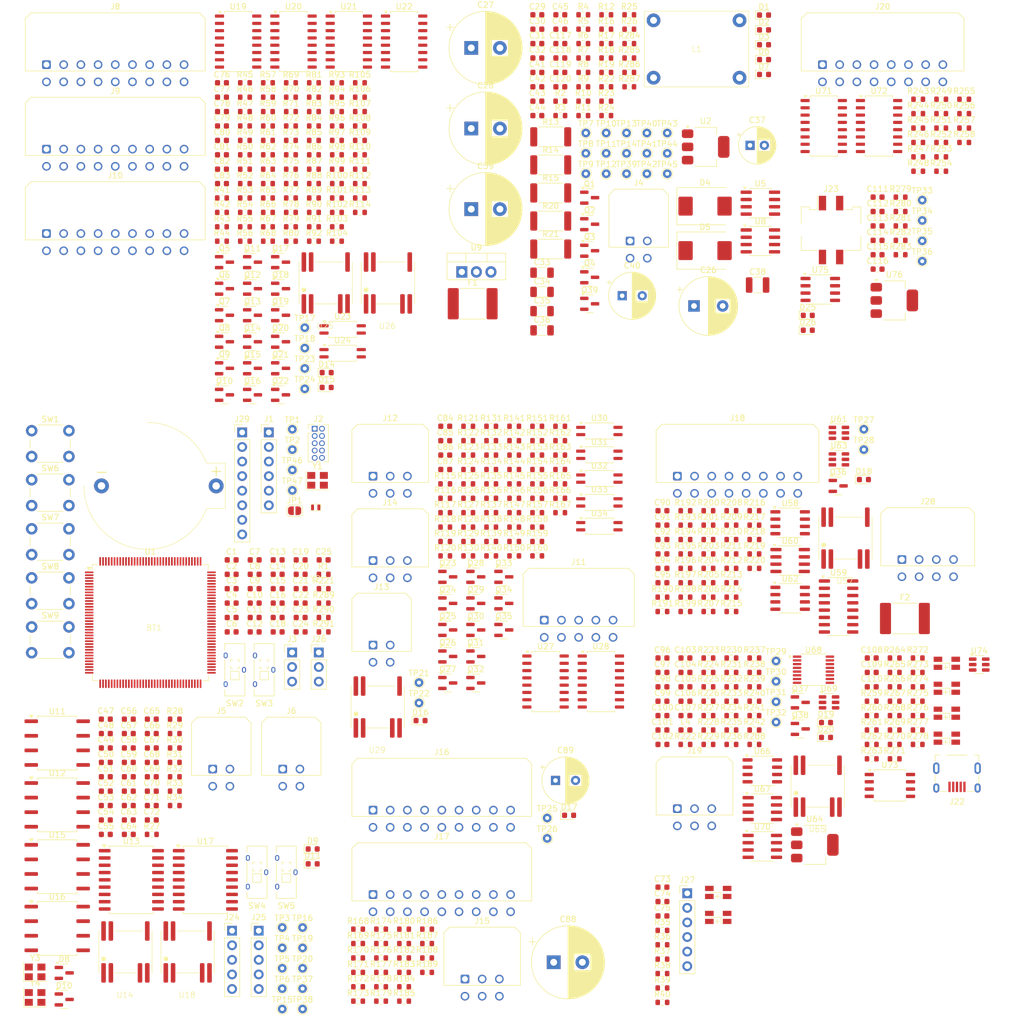
<source format=kicad_pcb>
(kicad_pcb (version 20240108) (generator "pcbnew") (generator_version "8.0")
  (layers (0 "F.Cu" signal) (31 "B.Cu" signal) (34 "B.Paste" user) (35 "F.Paste" user) (36 "B.SilkS" user "B.Silkscreen") (37 "F.SilkS" user "F.Silkscreen") (38 "B.Mask" user) (39 "F.Mask" user) (44 "Edge.Cuts" user))
  (net 0 "")
  (net 1 "Net-(BT1-+)")
  (net 2 "GND")
  (net 3 "/VCAP_1")
  (net 4 "/VCAP_2")
  (net 5 "3V3")
  (net 6 "3V3_VBAT")
  (net 7 "/HSE_IN")
  (net 8 "/LSE_IN")
  (net 9 "/NRST")
  (net 10 "/LSE_OUT")
  (net 11 "/HSE_OUT")
  (net 12 "VIN")
  (net 13 "GND_IN")
  (net 14 "Net-(U3-+VIN)")
  (net 15 "Net-(U3--VIN)")
  (net 16 "5V0")
  (net 17 "Net-(U3-SHIELD)")
  (net 18 "GND_12V")
  (net 19 "12V0")
  (net 20 "Net-(U6-VDD)")
  (net 21 "Net-(Q3-S)")
  (net 22 "PACK_CHARGE+")
  (net 23 "7V4")
  (net 24 "Net-(D5-A)")
  (net 25 "Net-(U10-VDD)")
  (net 26 "Net-(D4-K)")
  (net 27 "5V0_CAN0")
  (net 28 "GND_CAN0")
  (net 29 "Net-(U13-OSC2)")
  (net 30 "Net-(C55-Pad2)")
  (net 31 "5V0_CAN1")
  (net 32 "GND_CAN1")
  (net 33 "Net-(U17-OSC2)")
  (net 34 "Net-(C68-Pad2)")
  (net 35 "5V0_SWITCHES_1")
  (net 36 "5V0_SWITCHES_2")
  (net 37 "5V0_SWITCHES_3")
  (net 38 "12V0_LED")
  (net 39 "GND_LED")
  (net 40 "GND_ADC")
  (net 41 "5V0_ADC")
  (net 42 "5V0_ADC_RUD")
  (net 43 "GND_ADC_RUD")
  (net 44 "ADC_RUD_INT")
  (net 45 "Net-(U68-AVDD)")
  (net 46 "Net-(J22-VBUS)")
  (net 47 "GND_FAN")
  (net 48 "12V0_FAN")
  (net 49 "5V0_FAN")
  (net 50 "Net-(D1-A)")
  (net 51 "Net-(D2-A)")
  (net 52 "Net-(D3-A)")
  (net 53 "BAT_CHRG_STAT")
  (net 54 "Net-(D6-A)")
  (net 55 "Net-(D7-K)")
  (net 56 "/CAN/CAN0-")
  (net 57 "/CAN/CAN0+")
  (net 58 "Net-(D9-A)")
  (net 59 "/CAN/CAN1-")
  (net 60 "/CAN/CAN1+")
  (net 61 "Net-(D11-A)")
  (net 62 "Net-(D12-BK)")
  (net 63 "Net-(D12-RK)")
  (net 64 "Net-(D12-GK)")
  (net 65 "Net-(D13-RK)")
  (net 66 "Net-(D13-BK)")
  (net 67 "Net-(D13-GK)")
  (net 68 "Net-(D14-A)")
  (net 69 "Net-(D15-A)")
  (net 70 "Net-(D16-A)")
  (net 71 "Net-(D17-A)")
  (net 72 "Net-(D18-A)")
  (net 73 "Net-(D19-A)")
  (net 74 "Net-(D20-A)")
  (net 75 "Net-(D21-RK)")
  (net 76 "Net-(D21-BK)")
  (net 77 "Net-(D21-GK)")
  (net 78 "Net-(D22-GK)")
  (net 79 "Net-(D22-RK)")
  (net 80 "Net-(D22-BK)")
  (net 81 "Net-(D23-GK)")
  (net 82 "Net-(D23-BK)")
  (net 83 "Net-(D23-RK)")
  (net 84 "Net-(D24-BK)")
  (net 85 "Net-(D24-GK)")
  (net 86 "Net-(D24-RK)")
  (net 87 "Net-(D25-A)")
  (net 88 "Net-(D26-A)")
  (net 89 "Net-(BT2-+)")
  (net 90 "Net-(F1-Pad1)")
  (net 91 "DEBUG_SWD_SWO")
  (net 92 "DEBUG_SWD_IO")
  (net 93 "DEBUG_SWD_CLK")
  (net 95 "Net-(J2-Pin_1)")
  (net 97 "UART1_STM32_TX")
  (net 98 "UART1_STM32_RX")
  (net 99 "/Switches_1/SWITCH_1.2_EXT")
  (net 100 "/Switches_1/SWITCH_1.9_EXT")
  (net 101 "/Switches_1/SWITCH_1.3_EXT")
  (net 102 "/Switches_1/SWITCH_1.6_EXT")
  (net 103 "/Switches_1/SWITCH_1.7_EXT")
  (net 104 "/Switches_1/SWITCH_1.4_EXT")
  (net 105 "/Switches_1/SWITCH_1.5_EXT")
  (net 106 "/Switches_1/SWITCH_1.1_EXT")
  (net 107 "/Switches_1/SWITCH_1.8_EXT")
  (net 108 "/Switches_1/SWITCH_2.8_EXT")
  (net 109 "/Switches_1/SWITCH_2.9_EXT")
  (net 110 "/Switches_1/SWITCH_2.6_EXT")
  (net 111 "/Switches_1/SWITCH_2.1_EXT")
  (net 112 "/Switches_1/SWITCH_2.3_EXT")
  (net 113 "/Switches_1/SWITCH_2.2_EXT")
  (net 114 "/Switches_1/SWITCH_2.5_EXT")
  (net 115 "/Switches_1/SWITCH_2.4_EXT")
  (net 116 "/Switches_1/SWITCH_2.7_EXT")
  (net 117 "/Switches_2/SWITCH_3.4_EXT")
  (net 118 "/Switches_2/SWITCH_3.3_EXT")
  (net 119 "/Switches_2/SWITCH_3.2_EXT")
  (net 120 "/Switches_2/SWITCH_3.5_EXT")
  (net 121 "/Switches_2/SWITCH_3.1_EXT")
  (net 122 "/Switches_2/SWITCH_3.7_EXT")
  (net 123 "/Switches_2/SWITCH_3.6_EXT")
  (net 124 "/Switches_2/SWITCH_3.8_EXT")
  (net 125 "/Switches_2/SWITCH_3.10_EXT")
  (net 126 "/Switches_2/SWITCH_3.9_EXT")
  (net 127 "/Switches_2/SWITCH_4.2_EXT")
  (net 128 "/Switches_2/SWITCH_4.3_EXT")
  (net 129 "/Switches_2/SWITCH_4.1_EXT")
  (net 130 "/LED_indicators/LED21_EXT_12V")
  (net 131 "/LED_indicators/LED19_EXT_12V")
  (net 132 "/LED_indicators/LED20_EXT_12V")
  (net 133 "/LED_indicators/LED8_EXT_12V")
  (net 134 "/LED_indicators/LED5_EXT_12V")
  (net 135 "/LED_indicators/LED7_EXT_12V")
  (net 136 "/LED_indicators/LED9_EXT_12V")
  (net 137 "/LED_indicators/LED6_EXT_12V")
  (net 138 "/LED_indicators/LED3_EXT_12V")
  (net 139 "/LED_indicators/LED1_EXT_12V")
  (net 140 "/LED_indicators/LED4_EXT_12V")
  (net 141 "/LED_indicators/LED2_EXT_12V")
  (net 142 "/LED_indicators/LED10_EXT_12V")
  (net 143 "/LED_indicators/LED11_EXT_12V")
  (net 144 "/LED_indicators/LED18_EXT_12V")
  (net 145 "/LED_indicators/LED16_EXT_12V")
  (net 146 "/LED_indicators/LED13_EXT_12V")
  (net 147 "/LED_indicators/LED14_EXT_12V")
  (net 148 "/LED_indicators/LED17_EXT_12V")
  (net 149 "/LED_indicators/LED12_EXT_12V")
  (net 150 "/LED_indicators/LED15_EXT_12V")
  (net 151 "/ADC8/ADC_30V_IN_2")
  (net 152 "/ADC8/ADC_30V_IN_6")
  (net 153 "/ADC8/ADC_30V_IN_8")
  (net 154 "/ADC8/ADC_30V_IN_4")
  (net 155 "/ADC8/ADC_30V_IN_1")
  (net 156 "/ADC8/ADC_30V_IN_5")
  (net 157 "/ADC8/ADC_30V_IN_3")
  (net 158 "/ADC8/ADC_30V_IN_7")
  (net 159 "/ADC_RUD/ADC_RUD_5V_2")
  (net 160 "/ADC_RUD/ADC_RUD_5V_1")
  (net 161 "/Digital inputs 5V/INPUT_3_POS")
  (net 162 "/Digital inputs 5V/INPUT_6_NEG")
  (net 163 "/Digital inputs 5V/INPUT_5_NEG")
  (net 164 "/Digital inputs 5V/INPUT_1_POS")
  (net 165 "/Digital inputs 5V/INPUT_2_POS")
  (net 166 "/Digital inputs 5V/INPUT_8_NEG")
  (net 167 "/Digital inputs 5V/INPUT_3_NEG")
  (net 168 "/Digital inputs 5V/INPUT_4_NEG")
  (net 169 "/Digital inputs 5V/INPUT_8_POS")
  (net 170 "/Digital inputs 5V/INPUT_2_NEG")
  (net 171 "/Digital inputs 5V/INPUT_5_POS")
  (net 172 "/Digital inputs 5V/INPUT_7_POS")
  (net 173 "/Digital inputs 5V/INPUT_6_POS")
  (net 174 "/Digital inputs 5V/INPUT_7_NEG")
  (net 175 "/Digital inputs 5V/INPUT_4_POS")
  (net 176 "/Digital inputs 5V/INPUT_1_NEG")
  (net 177 "/STM32 Peripherals/usb_conn_d+")
  (net 179 "/STM32 Peripherals/usb_conn_d-")
  (net 181 "/Fan/FAN_PWM_5V0")
  (net 182 "/CAN/CAN0_RPi_TX")
  (net 183 "/CAN/CAN0_RPi_RX")
  (net 184 "CAN0_STM32_TX")
  (net 185 "CAN0_STM32_RX")
  (net 186 "/CAN/CAN1_RPi_TX")
  (net 187 "CAN1_STM32_TX")
  (net 188 "/CAN/CAN1_RPi_RX")
  (net 189 "CAN1_STM32_RX")
  (net 190 "UARTX_STM32_TX")
  (net 191 "UARTX_STM32_RX")
  (net 192 "BAT_RELAY_TOGGLE")
  (net 193 "/Power/BAT_RELAY_TOGGLE_")
  (net 194 "Net-(Q2-S)")
  (net 195 "Net-(Q2-G)")
  (net 196 "Net-(Q3-D)")
  (net 197 "Net-(Q3-G)")
  (net 198 "Net-(Q4-D)")
  (net 199 "Net-(Q4-G)")
  (net 200 "Net-(Q5-G)")
  (net 201 "Net-(Q5-S)")
  (net 202 "Net-(Q6-G)")
  (net 203 "Net-(Q6-S)")
  (net 204 "Net-(Q7-S)")
  (net 205 "Net-(Q7-G)")
  (net 206 "Net-(Q8-S)")
  (net 207 "Net-(Q8-G)")
  (net 208 "Net-(Q9-G)")
  (net 209 "Net-(Q9-S)")
  (net 210 "Net-(Q10-G)")
  (net 211 "Net-(Q10-S)")
  (net 212 "Net-(Q11-S)")
  (net 213 "Net-(Q11-G)")
  (net 214 "Net-(Q12-S)")
  (net 215 "Net-(Q12-G)")
  (net 216 "Net-(Q13-G)")
  (net 217 "Net-(Q13-S)")
  (net 218 "Net-(Q14-S)")
  (net 219 "Net-(Q14-G)")
  (net 220 "Net-(Q15-S)")
  (net 221 "Net-(Q15-G)")
  (net 222 "Net-(Q16-S)")
  (net 223 "Net-(Q16-G)")
  (net 224 "Net-(Q17-S)")
  (net 225 "Net-(Q17-G)")
  (net 226 "Net-(Q18-G)")
  (net 227 "Net-(Q18-S)")
  (net 228 "Net-(Q19-S)")
  (net 229 "Net-(Q19-G)")
  (net 230 "Net-(Q20-S)")
  (net 231 "Net-(Q20-G)")
  (net 232 "Net-(Q21-G)")
  (net 233 "Net-(Q21-S)")
  (net 234 "Net-(Q22-G)")
  (net 235 "Net-(Q22-S)")
  (net 236 "Net-(Q23-S)")
  (net 237 "Net-(Q23-G)")
  (net 238 "Net-(Q24-G)")
  (net 239 "Net-(Q24-S)")
  (net 240 "Net-(Q25-S)")
  (net 241 "Net-(Q25-G)")
  (net 242 "Net-(Q26-S)")
  (net 243 "Net-(Q26-G)")
  (net 244 "Net-(Q27-G)")
  (net 245 "Net-(Q27-S)")
  (net 246 "Net-(Q28-G)")
  (net 247 "Net-(Q28-S)")
  (net 248 "Net-(Q29-S)")
  (net 249 "Net-(Q29-G)")
  (net 250 "Net-(Q30-G)")
  (net 251 "Net-(Q30-S)")
  (net 252 "Net-(Q31-G)")
  (net 253 "Net-(Q31-S)")
  (net 254 "Net-(Q32-G)")
  (net 255 "Net-(Q32-S)")
  (net 256 "Net-(Q33-G)")
  (net 257 "Net-(Q33-S)")
  (net 258 "Net-(Q34-S)")
  (net 259 "Net-(Q34-G)")
  (net 260 "Net-(Q35-S)")
  (net 261 "Net-(Q35-G)")
  (net 262 "Net-(Q36-D)")
  (net 263 "SPI1_STM32_MISO")
  (net 264 "Net-(Q37-D)")
  (net 265 "Net-(Q38-D)")
  (net 266 "/Power/BAT_CHRG_TOGGLE_")
  (net 267 "BAT_CHRG_TOGGLE")
  (net 268 "Net-(SW2-B)")
  (net 269 "/BOOT0")
  (net 270 "Net-(U3-REG)")
  (net 271 "Net-(U4-REG)")
  (net 272 "Net-(U8-TS)")
  (net 273 "Net-(U9-ADJ)")
  (net 274 "/CAN/CAN0_-")
  (net 275 "Net-(SW4-B)")
  (net 276 "Net-(U13-OSC1)")
  (net 277 "Net-(U13-~{RESET})")
  (net 278 "/CAN/CAN1_-")
  (net 279 "Net-(SW5-B)")
  (net 280 "Net-(U17-OSC1)")
  (net 281 "Net-(U17-~{RESET})")
  (net 288 "Net-(R45-Pad2)")
  (net 289 "SWITCH_1.1_3V3")
  (net 290 "Net-(R47-Pad2)")
  (net 291 "SWITCH_2.1_3V3")
  (net 292 "Net-(R53-Pad2)")
  (net 293 "SWITCH_1.2_3V3")
  (net 294 "Net-(R55-Pad2)")
  (net 295 "SWITCH_2.2_3V3")
  (net 296 "Net-(R61-Pad2)")
  (net 297 "SWITCH_1.3_3V3")
  (net 298 "Net-(R63-Pad2)")
  (net 299 "SWITCH_2.3_3V3")
  (net 300 "Net-(R69-Pad2)")
  (net 301 "SWITCH_1.4_3V3")
  (net 302 "Net-(R71-Pad2)")
  (net 303 "SWITCH_2.4_3V3")
  (net 304 "Net-(R77-Pad2)")
  (net 305 "SWITCH_1.5_3V3")
  (net 306 "Net-(R79-Pad2)")
  (net 307 "SWITCH_2.5_3V3")
  (net 308 "Net-(R85-Pad2)")
  (net 309 "SWITCH_1.6_3V3")
  (net 310 "Net-(R87-Pad2)")
  (net 311 "SWITCH_2.6_3V3")
  (net 312 "Net-(R93-Pad2)")
  (net 313 "SWITCH_1.7_3V3")
  (net 314 "Net-(R95-Pad2)")
  (net 315 "SWITCH_2.7_3V3")
  (net 316 "Net-(R101-Pad2)")
  (net 317 "SWITCH_1.8_3V3")
  (net 318 "Net-(R103-Pad2)")
  (net 319 "SWITCH_2.8_3V3")
  (net 320 "Net-(R109-Pad2)")
  (net 321 "SWITCH_1.9_3V3")
  (net 322 "Net-(R111-Pad2)")
  (net 323 "SWITCH_2.9_3V3")
  (net 324 "Net-(R117-Pad2)")
  (net 325 "SWITCH_3.1_3V3")
  (net 326 "Net-(R121-Pad2)")
  (net 327 "SWITCH_3.2_3V3")
  (net 328 "Net-(R125-Pad2)")
  (net 329 "SWITCH_3.3_3V3")
  (net 330 "Net-(R129-Pad2)")
  (net 331 "SWITCH_3.4_3V3")
  (net 332 "Net-(R134-Pad2)")
  (net 333 "SWITCH_3.5_3V3")
  (net 334 "Net-(R138-Pad2)")
  (net 335 "SWITCH_3.6_3V3")
  (net 336 "Net-(R142-Pad2)")
  (net 337 "SWITCH_3.7_3V3")
  (net 338 "Net-(R146-Pad2)")
  (net 339 "SWITCH_3.8_3V3")
  (net 340 "Net-(R150-Pad2)")
  (net 341 "SWITCH_3.9_3V3")
  (net 342 "Net-(R154-Pad2)")
  (net 343 "SWITCH_3.10_3V3")
  (net 344 "Net-(R158-Pad2)")
  (net 345 "SWITCH_4.1_3V3")
  (net 346 "Net-(R162-Pad2)")
  (net 347 "SWITCH_4.2_3V3")
  (net 348 "Net-(R166-Pad2)")
  (net 349 "SWITCH_4.3_3V3")
  (net 350 "Net-(R168-Pad2)")
  (net 351 "Net-(R169-Pad2)")
  (net 352 "Net-(R170-Pad2)")
  (net 353 "Net-(R171-Pad2)")
  (net 354 "Net-(R172-Pad2)")
  (net 355 "Net-(R173-Pad2)")
  (net 356 "Net-(R174-Pad2)")
  (net 357 "Net-(R175-Pad2)")
  (net 358 "Net-(R176-Pad2)")
  (net 359 "Net-(R177-Pad2)")
  (net 360 "Net-(R178-Pad2)")
  (net 361 "Net-(R179-Pad2)")
  (net 362 "Net-(R180-Pad2)")
  (net 363 "Net-(R181-Pad2)")
  (net 364 "Net-(R182-Pad2)")
  (net 365 "Net-(R183-Pad2)")
  (net 366 "Net-(R184-Pad2)")
  (net 367 "Net-(R185-Pad2)")
  (net 368 "Net-(R186-Pad2)")
  (net 369 "Net-(R187-Pad2)")
  (net 370 "Net-(R188-Pad2)")
  (net 371 "/ADC8/ADC_5V_1")
  (net 372 "/ADC8/ADC_30V_1")
  (net 373 "/ADC8/ADC_30V_2")
  (net 374 "/ADC8/ADC_5V_2")
  (net 375 "Net-(U58-EN)")
  (net 376 "/ADC8/SPI_ADC8_CLK")
  (net 377 "Net-(U58-A)")
  (net 378 "SPI1_STM32_CLK")
  (net 379 "/ADC8/ADC_30V_3")
  (net 380 "/ADC8/ADC_5V_3")
  (net 381 "Net-(U60-A1)")
  (net 382 "SPI1_STM32_MOSI")
  (net 383 "/ADC8/SPI_ADC8_MOSI")
  (net 384 "/ADC8/ADC_30V_4")
  (net 385 "/ADC8/ADC_5V_4")
  (net 386 "/ADC8/SPI_ADC8_CS")
  (net 387 "Net-(U60-A2)")
  (net 388 "SPI1_STM32_ADC8_CS")
  (net 389 "/ADC8/ADC_30V_5")
  (net 390 "/ADC8/ADC_5V_5")
  (net 391 "/ADC8/ADC_30V_6")
  (net 392 "/ADC8/ADC_5V_6")
  (net 393 "Net-(U62-EN)")
  (net 394 "Net-(U62-A)")
  (net 395 "/ADC8/ADC_30V_7")
  (net 396 "/ADC8/ADC_5V_7")
  (net 397 "/ADC8/ADC_30V_8")
  (net 398 "/ADC8/ADC_5V_8")
  (net 399 "Net-(U66-EN)")
  (net 400 "/ADC_RUD/SPI_ADC_RUD_CLK")
  (net 401 "Net-(U66-A)")
  (net 402 "/ADC_RUD/ADC_RUD_3V3_1")
  (net 403 "Net-(U67-A1)")
  (net 404 "/ADC_RUD/SPI_ADC_RUD_MOSI")
  (net 405 "/ADC_RUD/ADC_RUD_3V3_2")
  (net 406 "/ADC_RUD/SPI_ADC_RUD_CS")
  (net 407 "Net-(U67-A2)")
  (net 408 "Net-(U70-A1)")
  (net 409 "Net-(U70-A2)")
  (net 410 "Net-(R243-Pad2)")
  (net 411 "DIGITAL_IN_1")
  (net 412 "Net-(R245-Pad2)")
  (net 413 "DIGITAL_IN_2")
  (net 414 "Net-(R247-Pad2)")
  (net 415 "DIGITAL_IN_3")
  (net 416 "Net-(R249-Pad2)")
  (net 417 "DIGITAL_IN_4")
  (net 418 "Net-(R251-Pad2)")
  (net 419 "DIGITAL_IN_5")
  (net 420 "Net-(R253-Pad2)")
  (net 421 "DIGITAL_IN_6")
  (net 422 "Net-(R255-Pad2)")
  (net 423 "DIGITAL_IN_7")
  (net 424 "Net-(R257-Pad2)")
  (net 425 "DIGITAL_IN_8")
  (net 426 "LED1_RGB_RED")
  (net 427 "LED3_RGB_RED")
  (net 428 "SD_CD")
  (net 429 "SDIO_DAT1")
  (net 430 "SDIO_DAT0")
  (net 431 "SDIO_CMD")
  (net 432 "SDIO_DAT3")
  (net 433 "SDIO_DAT2")
  (net 434 "LED1_RGB_GREEN")
  (net 435 "LED3_RGB_GREEN")
  (net 436 "LED1_RGB_BLUE")
  (net 437 "LED3_RGB_BLUE")
  (net 438 "LED2_RGB_RED")
  (net 439 "LED4_RGB_RED")
  (net 440 "LED2_RGB_GREEN")
  (net 441 "LED4_RGB_GREEN")
  (net 442 "LED2_RGB_BLUE")
  (net 443 "LED4_RGB_BLUE")
  (net 444 "USB_VBUS")
  (net 445 "Net-(U75-EN)")
  (net 446 "Net-(U75-A)")
  (net 447 "Net-(R284-Pad2)")
  (net 448 "Net-(R284-Pad1)")
  (net 449 "Net-(U5-IN+)")
  (net 450 "/CAN/CAN0_+")
  (net 453 "/CAN/CAN1_+")
  (net 466 "USB_D+")
  (net 509 "SDIO_CLK")
  (net 553 "USB_D-")
  (net 555 "SPI1_STM32_ADC_BAT_CS")
  (net 557 "SPI1_RPi_SCK")
  (net 558 "SPI1_RPi_CAN0_CS")
  (net 560 "SPI1_RPi_MISO")
  (net 563 "CAN0_RPI_INT")
  (net 564 "SPI1_RPi_MOSI")
  (net 570 "SPI1_RPi_CAN1_CS")
  (net 574 "CAN1_RPI_INT")
  (net 576 "/ADC8/SPI_ADC8_MISO")
  (net 585 "SPI1_STM32_FLASH_CS")
  (net 588 "FAN_PWM_3V3")
  (net 589 "SPI1_STM32_ADC_RUD_CS")
  (net 590 "/BUTTON_1")
  (net 591 "/BUTTON_2")
  (net 592 "/BUTTON_3")
  (net 593 "/BUTTON_4")
  (net 594 "Net-(BT2--)")
  (net 595 "Net-(C73-Pad2)")
  (footprint "Resistor_SMD:R_0603_1608Metric" (layer "F.Cu") (at 148.39 114.755)
    (property "Reference" "R220")
    (property "Value" "200k")
  )
  (footprint "Resistor_SMD:R_0603_1608Metric" (layer "F.Cu") (at 122.56 18.275)
    (property "Reference" "R12")
    (property "Value" "100")
  )
  (footprint "Package_SO:SOIC-8_3.9x4.9mm_P1.27mm" (layer "F.Cu") (at 149.77 156.635)
    (property "Reference" "U67")
    (property "Value" "HCPL-0630")
  )
  (footprint "Resistor_SMD:R_0603_1608Metric" (layer "F.Cu") (at 136.36 109.735)
    (property "Reference" "R194")
    (property "Value" "10k")
  )
  (footprint "Resistor_SMD:R_0603_1608Metric" (layer "F.Cu") (at 114.54 33.335)
    (property "Reference" "R2")
    (property "Value" "PWR_REG")
  )
  (footprint "Capacitor_SMD:C_0603_1608Metric" (layer "F.Cu") (at 43.29 143.555)
    (property "Reference" "C66")
    (property "Value" "100n")
  )
  (footprint "Capacitor_SMD:C_0603_1608Metric" (layer "F.Cu") (at 55.53 47.695)
    (property "Reference" "C83")
    (property "Value" "100n")
  )
  (footprint "Package_SO:SOIC-8_3.9x4.9mm_P1.27mm" (layer "F.Cu") (at 149.43 51.105)
    (property "Reference" "U5")
    (property "Value" "MCP3001-I/SN")
  )
  (footprint "Resistor_SMD:R_0603_1608Metric" (layer "F.Cu") (at 144.38 117.265)
    (property "Reference" "R213")
    (property "Value" "10k")
  )
  (footprint "Resistor_SMD:R_0603_1608Metric" (layer "F.Cu") (at 73.26 125.835)
    (property "Reference" "R291")
    (property "Value" "10k")
  )
  (footprint "Resistor_SMD:R_0603_1608Metric" (layer "F.Cu") (at 168.85 137.915)
    (property "Reference" "R259")
    (property "Value" "220")
  )
  (footprint "Capacitor_SMD:C_0603_1608Metric" (layer "F.Cu") (at 61.23 120.815)
    (property "Reference" "C10")
    (property "Value" "100n")
  )
  (footprint "Resistor_SMD:R_0603_1608Metric" (layer "F.Cu") (at 144.38 107.225)
    (property "Reference" "R209")
    (property "Value" "1M")
  )
  (footprint "Resistor_SMD:R_0603_1608Metric" (layer "F.Cu") (at 63.55 42.675)
    (property "Reference" "R62")
    (property "Value" "10k")
  )
  (footprint "user_lib:LED_RGB_promelec" (layer "F.Cu") (at 181.95 140.005)
    (property "Reference" "D23" (hide yes))
    (property "Value" "FYLS-3528RGBC")
  )
  (footprint "Package_SO:SOP-8_6.62x9.15mm_P2.54mm" (layer "F.Cu") (at 26.79 177.525)
    (property "Reference" "U16")
    (property "Value" "ISO1050DUB")
  )
  (footprint "Resistor_SMD:R_0603_1608Metric" (layer "F.Cu") (at 176.87 130.385)
    (property "Reference" "R272")
    (property "Value" "220")
  )
  (footprint "Resistor_SMD:R_0603_1608Metric" (layer "F.Cu") (at 173.88 60.095)
    (property "Reference" "R283")
    (property "Value" "360")
  )
  (footprint "Capacitor_SMD:C_0603_1608Metric" (layer "F.Cu") (at 169.87 57.585)
    (property "Reference" "C114")
    (property "Value" "100n")
  )
  (footprint "Connector_PinHeader_2.54mm:PinHeader_1x05_P2.54mm_Vertical" (layer "F.Cu") (at 57.29 177.915)
    (property "Reference" "J24")
    (property "Value" "PLS-5")
  )
  (footprint "Resistor_SMD:R_0603_1608Metric" (layer "F.Cu") (at 98.48 102.545)
    (property "Reference" "R126")
    (property "Value" "10k")
  )
  (footprint "Resistor_SMD:R_0603_1608Metric" (layer "F.Cu") (at 140.37 145.445)
    (property "Reference" "R229")
    (property "Value" "180")
  )
  (footprint "Resistor_SMD:R_0603_1608Metric" (layer "F.Cu") (at 118.55 33.335)
    (property "Reference" "R10")
    (property "Value" "10k")
  )
  (footprint "Package_SO:SOIC-16_4.55x10.3mm_P1.27mm" (layer "F.Cu") (at 160.48 37.665)
    (property "Reference" "U71")
    (property "Value" "TLP291-4")
  )
  (footprint "Capacitor_THT:CP_Radial_D6.3mm_P2.50mm" (layer "F.Cu") (at 147.625241 41.025)
    (property "Reference" "C37")
    (property "Value" "22u")
  )
  (footprint "Package_TO_SOT_SMD:SOT-23" (layer "F.Cu") (at 65.75 84.515)
    (property "Reference" "Q22")
    (property "Value" "BSS138")
  )
  (footprint "Capacitor_SMD:C_0603_1608Metric" (layer "F.Cu") (at 168.85 132.895)
    (property "Reference" "C109")
    (property "Value" "100n")
  )
  (footprint "Capacitor_SMD:C_0603_1608Metric" (layer "F.Cu") (at 136.36 132.895)
    (property "Reference" "C104")
    (property "Value" "10n")
  )
  (footprint "TestPoint:TestPoint_THTPad_D1.5mm_Drill0.7mm" (layer "F.Cu") (at 129.64 38.875)
    (property "Reference" "TP40")
    (property "Value" "TestPoint")
  )
  (footprint "Resistor_SMD:R_2512_6332Metric" (layer "F.Cu") (at 112.87 59.105)
    (property "Reference" "R21")
    (property "Value" "130")
  )
  (footprint "LED_SMD:LED_0603_1608Metric" (layer "F.Cu") (at 157.7 73.255)
    (property "Reference" "D26")
    (property "Value" "FYLS-0603BUGC")
  )
  (footprint "Package_SO:SOIC-8_3.9x4.9mm_P1.27mm" (layer "F.Cu") (at 149.77 163.215)
    (property "Reference" "U70")
    (property "Value" "HCPL-0630")
  )
  (footprint "Resistor_SMD:R_0603_1608Metric" (layer "F.Cu") (at 59.54 37.655)
    (property "Reference" "R48")
    (property "Value" "10k")
  )
  (footprint "Capacitor_SMD:C_0603_1608Metric" (layer "F.Cu") (at 132.35 107.225)
    (property "Reference" "C91")
    (property "Value" "10u")
  )
  (footprint "Resistor_SMD:R_0603_1608Metric" (layer "F.Cu") (at 172.86 140.425)
    (property "Reference" "R268")
    (property "Value" "220")
  )
  (footprint "Resistor_SMD:R_0603_1608Metric" (layer "F.Cu") (at 63.55 40.165)
    (property "Reference" "R61")
    (property "Value" "360")
  )
  (footprint "Resistor_SMD:R_0603_1608Metric" (layer "F.Cu") (at 176.96 35.505)
    (property "Reference" "R244")
    (property "Value" "10k")
  )
  (footprint "Resistor_SMD:R_0603_1608Metric" (layer "F.Cu") (at 67.56 57.735)
    (property "Reference" "R80")
    (property "Value" "10k")
  )
  (footprint "Capacitor_SMD:C_0603_1608Metric" (layer "F.Cu") (at 73.26 113.285)
    (property "Reference" "C25")
    (property "Value" "8p")
  )
  (footprint "Capacitor_THT:CP_Radial_D12.5mm_P5.00mm" (layer "F.Cu") (at 99.002082 52.145)
    (property "Reference" "C39")
    (property "Value" "470u")
  )
  (footprint "Connector_Molex:Molex_Micro-Fit_3.0_43045-0800_2x04_P3.00mm_Horizontal" (layer "F.Cu") (at 174.119 113.218)
    (property "Reference" "J28")
    (property "Value" "430450800")
  )
  (footprint "Resistor_SMD:R_0603_1608Metric" (layer "F.Cu") (at 173.88 57.585)
    (property "Reference" "R282")
    (property "Value" "470")
  )
  (footprint "Resistor_SMD:R_0603_1608Metric" (layer "F.Cu") (at 79.59 52.715)
    (property "Reference" "R114")
    (property "Value" "360")
  )
  (footprint "Resistor_SMD:R_0603_1608Metric" (layer "F.Cu") (at 140.37 119.775)
    (property "Reference" "R206")
    (property "Value" "200k")
  )
  (footprint "Capacitor_SMD:C_0603_1608Metric" (layer "F.Cu") (at 132.35 117.265)
    (property "Reference" "C95")
    (property "Value" "100n")
  )
  (footprint "Capacitor_SMD:C_0603_1608Metric" (layer "F.Cu") (at 65.24 118.305)
    (property "Reference" "C15")
    (property "Value" "100n")
  )
  (footprint "Capacitor_SMD:C_0603_1608Metric" (layer "F.Cu") (at 110.53 35.845)
    (property "Reference" "C44")
    (property "Value" "10u")
  )
  (footprint "Capacitor_SMD:C_0603_1608Metric" (layer "F.Cu") (at 43.29 158.615)
    (property "Reference" "C72")
    (property "Value" "100n")
  )
  (footprint "Package_SO:SOIC-8_3.9x4.9mm_P1.27mm" (layer "F.Cu") (at 149.43 57.685)
    (property "Reference" "U8")
    (property "Value" "bq2057WSN")
  )
  (footprint "Resistor_SMD:R_0603_1608Metric" (layer "F.Cu") (at 140.37 130.385)
    (property "Reference" "R223")
    (property "Value" "10k")
  )
  (footprint "Capacitor_SMD:C_0603_1608Metric" (layer "F.Cu") (at 136.36 130.385)
    (property "Reference" "C103")
    (property "Value" "100n")
  )
  (footprint "Fuse:Fuse_2920_7451Metric" (layer "F.Cu") (at 99.25 68.635)
    (property "Reference" "F1")
    (property "Value" "MF-LSMF300/24X-2")
  )
  (footprint "Capacitor_SMD:C_0603_1608Metric" (layer "F.Cu") (at 61.23 118.305)
    (property "Reference" "C9")
    (property "Value" "100n")
  )
  (footprint "Resistor_SMD:R_0603_1608Metric" (layer "F.Cu") (at 184.98 38.015)
    (property "Reference" "R257")
    (property "Value" "390")
  )
  (footprint "Resistor_SMD:R_2512_6332Metric" (layer "F.Cu") (at 112.87 49.325)
    (property "Reference" "R15")
    (property "Value" "0m62")
  )
  (footprint "Resistor_SMD:R_0603_1608Metric" (layer "F.Cu") (at 98.48 95.015)
    (property "Reference" "R123")
    (property "Value" "1M")
  )
  (footprint "Resistor_SMD:R_0603_1608Metric" (layer "F.Cu") (at 71.57 35.145)
    (property "Reference" "R83")
    (property "Value" "360k")
  )
  (footprint "Resistor_SMD:R_0603_1608Metric" (layer "F.Cu") (at 136.36 117.265)
    (property "Reference" "R197")
    (property "Value" "180")
  )
  (footprint "TestPoint:TestPoint_THTPad_D1.5mm_Drill0.7mm" (layer "F.Cu") (at 152.17 138.005)
    (property "Reference" "TP31")
    (property "Value" "TestPoint")
  )
  (footprint "Resistor_SMD:R_0603_1608Metric" (layer "F.Cu") (at 122.56 33.335)
    (property "Reference" "R23")
    (property "Value" "120")
  )
  (footprint "Resistor_SMD:R_0603_1608Metric" (layer "F.Cu") (at 184.98 32.995)
    (property "Reference" "R255")
    (property "Value" "390")
  )
  (footprint "Capacitor_SMD:C_0603_1608Metric" (layer "F.Cu") (at 132.35 114.755)
    (property "Reference" "C94")
    (property "Value" "100n")
  )
  (footprint "Resistor_SMD:R_0603_1608Metric" (layer "F.Cu") (at 132.35 187.895)
    (property "Reference" "R39")
    (property "Value" "220")
  )
  (footprint "Capacitor_SMD:C_0603_1608Metric" (layer "F.Cu") (at 35.27 146.065)
    (property "Reference" "C49")
    (property "Value" "100n")
  )
  (footprint "Resistor_SMD:R_0603_1608Metric" (layer "F.Cu") (at 71.57 47.695)
    (property "Reference" "R88")
    (property "Value" "10k")
  )
  (footprint "Resistor_SMD:R_0603_1608Metric" (layer "F.Cu") (at 140.37 132.895)
    (property "Reference" "R224")
    (property "Value" "10k")
  )
  (footprint "Resistor_SMD:R_0603_1608Metric" (layer "F.Cu") (at 136.36 145.445)
    (property "Reference" "R222")
    (property "Value" "360")
  )
  (footprint "Resistor_SMD:R_0603_1608Metric" (layer "F.Cu") (at 47.3 143.555)
    (property "Reference" "R29")
    (property "Value" "10k")
  )
  (footprint "Resistor_SMD:R_0603_1608Metric" (layer "F.Cu") (at 106.5 92.505)
    (property "Reference" "R142")
    (property "Value" "360")
  )
  (footprint "user_lib:B82721-K2222-U30" (layer "F.Cu") (at 138.3 24.245)
    (property "Reference" "L1")
    (property "Value" "B82721-K2222-U30")
  )
  (footprint "Capacitor_SMD:C_0603_1608Metric" (layer "F.Cu") (at 132.35 142.935)
    (property "Reference" "C101")
    (property "Value" "100n")
  )
  (footprint "Resistor_SMD:R_0603_1608Metric" (layer "F.Cu") (at 184.98 35.505)
    (property "Reference" "R256")
    (property "Value" "10k")
  )
  (footprint "Package_TO_SOT_SMD:SOT-23" (layer "F.Cu") (at 99.8 116.24)
    (property "Reference" "Q28")
    (property "Value" "BSS138")
  )
  (footprint "Resistor_SMD:R_0603_1608Metric" (layer "F.Cu") (at 172.86 130.385)
    (property "Reference" "R264")
    (property "Value" "10k")
  )
  (footprint "Resistor_SMD:R_0603_1608Metric" (layer "F.Cu") (at 148.39 109.735)
    (property "Reference" "R218")
    (property "Value" "200k")
  )
  (footprint "TestPoint:TestPoint_THTPad_D1.5mm_Drill0.7mm" (layer "F.Cu") (at 69.59 184.465)
    (property "Reference" "TP20")
    (property "Value" "TestPoint")
  )
  (footprint "Resistor_SMD:R_0603_1608Metric" (layer "F.Cu") (at 144.38 145.445)
    (property "Reference" "R236")
    (property "Value" "2k")
  )
  (footprint "Resistor_SMD:R_0603_1608Metric" (layer "F.Cu") (at 122.56 28.315)
    (property "Reference" "R19")
    (property "Value" "100")
  )
  (footprint "Capacitor_SMD:C_0603_1608Metric" (layer "F.Cu") (at 65.24 113.285)
    (property "Reference" "C13")
    (property "Value" "100n")
  )
  (footprint "Resistor_SMD:R_0603_1608Metric" (layer "F.Cu") (at 98.48 100.035)
    (property "Reference" "R125")
    (property "Value" "360")
  )
  (footprint "TestPoint:TestPoint_THTPad_D1.5mm_Drill0.7mm" (layer "F.Cu") (at 67.8 97.615)
    (property "Reference" "TP46")
    (property "Value" "TestPoint")
  )
  (footprint "TestPoint:TestPoint_THTPad_D1.5mm_Drill0.7mm" (layer "F.Cu") (at 122.54 38.875)
    (property "Reference" "TP10")
    (property "Value" "TestPoint")
  )
  (footprint "Package_SO:SOIC-16_3.9x9.9mm_P1.27mm" (layer "F.Cu") (at 163.07 121.405)
    (property "Reference" "U59")
    (property "Value" "MCP3008")
  )
  (footprint "Resistor_SMD:R_0603_1608Metric" (layer "F.Cu") (at 140.37 107.225)
    (property "Reference" "R201")
    (property "Value" "180")
  )
  (footprint "Resistor_SMD:R_0603_1608Metric" (layer "F.Cu") (at 71.57 52.715)
    (property "Reference" "R90")
    (property "Value" "1M")
  )
  (footprint "Resistor_SMD:R_0603_1608Metric" (layer "F.Cu") (at 132.35 185.385)
    (property "Reference" "R38")
    (property "Value" "220")
  )
  (footprint "Resistor_SMD:R_0603_1608Metric" (layer "F.Cu") (at 75.58 52.715)
    (property "Reference" "R102")
    (property "Value" "10k")
  )
  (footprint "Connector_PinHeader_2.54mm:PinHeader_1x08_P2.54mm_Vertical" (layer "F.Cu") (at 59.05 91.065)
    (property "Reference" "J29")
    (property "Value" "PLS-8")
  )
  (footprint "Resistor_SMD:R_0603_1608Metric" (layer "F.Cu") (at 59.54 57.735)
    (property "Reference" "R56")
    (property "Value" "10k")
  )
  (footprint "Capacitor_SMD:C_0603_1608Metric" (layer "F.Cu") (at 65.24 115.795)
    (property "Reference" "C14")
    (property "Value" "100n")
  )
  (footprint "Resistor_SMD:R_0603_1608Metric" (layer "F.Cu") (at 79.59 32.635)
    (property "Reference" "R106")
    (property "Value" "1M")
  )
  (footprint "Capacitor_SMD:C_0603_1608Metric" (layer "F.Cu") (at 39.28 143.555)
    (property "Reference" "C57")
    (property "Value" "10u")
  )
  (footprint "Capacitor_SMD:C_0603_1608Metric" (layer "F.Cu") (at 132.35 172.835)
    (property "Reference" "C74")
    (property "Value" "1u")
  )
  (footprint "Capacitor_SMD:C_0603_1608Metric" (layer "F.Cu") (at 57.22 120.815)
    (property "Reference" "C4")
    (property "Value" "100n")
  )
  (footprint "Capacitor_SMD:C_0603_1608Metric" (layer "F.Cu") (at 94.47 89.995)
    (property "Reference" "C84")
    (property "Value" "100n")
  )
  (footprint "LED_SMD:LED_0603_1608Metric" (layer "F.Cu") (at 150.07 28.675)
    (property "Reference" "D7")
    (property "Value" "FYLS-0603BUGC")
  )
  (footprint "Resistor_SMD:R_0603_1608Metric" (layer "F.Cu") (at 173.88 50.055)
    (property "Reference" "R279")
    (property "Value" "10k")
  )
  (footprint "user_lib:LED_RGB_promelec" (layer "F.Cu") (at 181.95 131.305)
    (property "Reference" "D21" (hide yes))
    (property "Value" "FYLS-3528RGBC")
  )
  (footprint "Resistor_SMD:R_0603_1608Metric" (layer "F.Cu") (at 110.51 107.565)
    (property "Reference" "R158")
    (property "Value" "360")
  )
  (footprint "Capacitor_SMD:C_0603_1608Metric" (layer "F.Cu") (at 61.23 123.325)
    (property "Reference" "C11")
    (property "Value" "100n")
  )
  (footprint "Resistor_SMD:R_0603_1608Metric" (layer "F.Cu") (at 59.54 30.125)
    (property "Reference" "R45")
    (property "Value" "360")
  )
  (footprint "user_lib:KLS5-CR2032-01" (layer "F.Cu") (at 42.511928 100.386928)
    (property "Reference" "BT1")
    (property "Value" "KLS5-CR2032-01")
  )
  (footprint "Package_TO_SOT_SMD:SOT-23" (layer "F.Cu") (at 55.97 66.015)
    (property "Reference" "Q6")
    (property "Value" "BSS138")
  )
  (footprint "Connector_Molex:Molex_Micro-Fit_3.0_43045-1000_2x05_P3.00mm_Horizontal" (layer "F.Cu") (at 111.74 123.785)
    (property "Reference" "J11")
    (property "Value" "430451000")
  )
  (footprint "user_lib:MSS-12D16" (layer "F.Cu") (at 66.756 167.731)
    (property "Reference" "SW5")
    (property "Value" "MSS-12D16")
  )
  (footprint "Resistor_SMD:R_0603_1608Metric" (layer "F.Cu") (at 176.87 135.405)
    (property "Reference" "R274")
    (property "Value" "220")
  )
  (footprint "TestPoint:TestPoint_THTPad_D1.5mm_Drill0.7mm" (layer "F.Cu") (at 112.25 158.275)
    (property "Reference" "TP25")
    (property "Value" "TestPoint")
  )
  (footprint "Resistor_SMD:R_0603_1608Metric" (layer "F.Cu") (at 144.38 104.715)
    (property "Reference" "R208")
    (property "Value" "10k")
  )
  (footprint "Package_TO_SOT_SMD:SOT-23" (layer "F.Cu") (at 119.66 54.775)
    (property "Reference" "Q2")
    (property "Value" "AO3401A")
  )
  (footprint "Resistor_SMD:R_0603_1608Metric" (layer "F.Cu") (at 47.3 156.105)
    (property "Reference" "R34")
    (property "Value" "360")
  )
  (footprint "Resistor_SMD:R_0603_1608Metric" (layer "F.Cu") (at 94.47 107.565)
    (property "Reference" "R118")
    (property "Value" "10k")
  )
  (footprint "Resistor_SMD:R_0603_1608Metric" (layer "F.Cu") (at 172.86 145.445)
    (property "Reference" "R270")
    (property "Value" "220")
  )
  (footprint "Resistor_SMD:R_0603_1608Metric" (layer "F.Cu") (at 176.96 40.525)
    (property "Reference" "R246")
    (property "Value" "10k")
  )
  (footprint "Capacitor_SMD:C_0603_1608Metric" (layer "F.Cu") (at 35.27 141.045)
    (property "Reference" "C47")
    (property "Value" "1u")
  )
  (footprint "Capacitor_SMD:C_0603_1608Metric" (layer "F.Cu") (at 169.87 62.605)
    (property "Reference" "C116")
    (property "Value" "100n")
  )
  (footprint "Resistor_SMD:R_0603_1608Metric" (layer "F.Cu") (at 148.39 142.935)
    (property "Reference" "R242")
    (property "Value" "180")
  )
  (footprint "Capacitor_THT:CP_Radial_D12.5mm_P5.00mm" (layer "F.Cu") (at 113.382082 183.415)
    (property "Reference" "C88")
    (property "Value" "470u")
  )
  (footprint "Package_TO_SOT_SMD:SOT-23" (layer "F.Cu") (at 60.86 70.64)
    (property "Reference" "Q13")
    (property "Value" "BSS138")
  )
  (footprint "user_lib:LED_RGB_promelec" (layer "F.Cu") (at 142.08 175.595)
    (property "Reference" "D13" (hide yes))
    (property "Value" "FYLS-3528RGBC")
  )
  (footprint "Package_SO:SOP-8_6.62x9.15mm_P2.54mm" (layer "F.Cu") (at 26.79 155.985)
    (property "Reference" "U12")
    (property "Value" "ISO1050DUB")
  )
  (footprint "Package_TO_SOT_SMD:SOT-23" (layer "F.Cu") (at 60.86 61.39)
    (property "Reference" "Q11")
    (property "Value" "BSS138")
  )
  (footprint "TestPoint:TestPoint_THTPad_D1.5mm_Drill0.7mm" (layer "F.Cu") (at 177.66 54.125)
    (property "Reference" "TP34")
    (property "Value" "TestPoint")
  )
  (footprint "Resistor_SMD:R_0603_1608Metric" (layer "F.Cu") (at 106.5 102.545)
    (property "Reference" "R146")
    (property "Value" "360")
  )
  (footprint "Resistor_SMD:R_0603_1608Metric" (layer "F.Cu") (at 110.51 105.055)
    (property "Reference" "R157")
    (property "Value" "360k")
  )
  (footprint "Capacitor_SMD:C_0603_1608Metric" (layer "F.Cu") (at 110.53 23.295)
    (property "Reference" "C31")
    (property "Value" "4u7")
  )
  (footprint "Resistor_SMD:R_0603_1608Metric" (layer "F.Cu") (at 148.39 104.715)
    (property "Reference" "R216")
    (property "Value" "470")
  )
  (footprint "Package_TO_SOT_SMD:SOT-23" (layer "F.Cu") (at 94.91 130.115)
    (property "Reference" "Q26")
    (property "Value" "BSS138")
  )
  (footprint "TestPoint:TestPoint_THTPad_D1.5mm_Drill0.7mm" (layer "F.Cu") (at 122.54 45.975)
    (property "Reference" "TP12")
    (property "Value" "TestPoint")
  )
  (footprint "Package_TO_SOT_SMD:SOT-223-3_TabPin2" (layer "F.Cu") (at 158.92 162.95)
    (property "Reference" "U64")
    (property "Value" "LDL1117S33R")
  )
  (footprint "Resistor_SMD:R_0603_1608Metric" (layer "F.Cu") (at 114.52 102.545)
    (property "Reference" "R166")
    (property "Value" "360")
  )
  (footprint "Resistor_SMD:R_0603_1608Metric" (layer "F.Cu") (at 136.36 119.775)
    (property "Reference" "R198")
    (property "Value" "10k")
  )
  (footprint "LED_SMD:LED_0603_1608Metric" (layer "F.Cu") (at 150.07 23.495)
    (property "Reference" "D3")
    (property "Value" "FYLS-0603BUGC")
  )
  (footprint "Package_SO:SO-8_3.9x4.9mm_P1.27mm" (layer "F.Cu") (at 154.62 106.815)
    (property "Reference" "U58")
    (property "Value" "HCPL-0600")
  )
  (footprint "Resistor_SMD:R_0603_1608Metric" (layer "F.Cu") (at 106.5 107.565)
    (property "Reference" "R148")
    (property "Value" "1M")
  )
  (footprint "Resistor_SMD:R_0603_1608Metric" (layer "F.Cu") (at 102.49 105.055)
    (property "Reference" "R137")
    (property "Value" "360k")
  )
  (footprint "Resistor_SMD:R_0603_1608Metric" (layer "F.Cu") (at 59.54 50.205)
    (property "Reference" "R53")
    (property "Value" "360")
  )
  (footprint "Resistor_SMD:R_0603_1608Metric" (layer "F.Cu") (at 176.96 38.015)
    (property "Reference" "R245")
    (property "Value" "390")
  )
  (footprint "Resistor_SMD:R_0603_1608Metric" (layer "F.Cu") (at 148.39 112.245)
    (property "Reference" "R219")
    (property "Value" "1M")
  )
  (footprint "TestPoint:TestPoint_THTPad_D1.5mm_Drill0.7mm" (layer "F.Cu") (at 69.97 72.815)
    (property "Reference" "TP17")
    (property "Value" "TestPoint")
  )
  (footprint "Resistor_SMD:R_0603_1608Metric" (layer "F.Cu") (at 79.59 37.655)
    (property "Reference" "R108")
    (property "Value" "360k")
  )
  (footprint "Resistor_SMD:R_0603_1608Metric" (layer "F.Cu") (at 98.48 92.505)
    (property "Reference" "R122")
    (property "Value" "10k")
  )
  (footprint "Resistor_SMD:R_0603_1608Metric" (layer "F.Cu") (at 47.3 151.085)
    (property "Reference" "R32")
    (property "Value" "0")
  )
  (footprint "Resistor_SMD:R_0603_1608Metric" (layer "F.Cu") (at 71.57 50.205)
    (property "Reference" "R89")
    (property "Value" "1M")
  )
  (footprint "user_lib:LED_RGB_promelec" (layer "F.Cu") (at 181.95 144.355)
    (property "Reference" "D24" (hide yes))
    (property "Value" "FYLS-3528RGBC")
  )
  (footprint "Capacitor_SMD:C_0603_1608Metric" (layer "F.Cu") (at 43.29 148.575)
    (property "Reference" "C68")
    (property "Value" "22p")
  )
  (footprint "Resistor_SMD:R_0603_1608Metric" (layer "F.Cu") (at 118.55 30.825)
    (property "Reference" "R9")
    (property "Value" "10k")
  )
  (footprint "Package_SO:SO-8_3.9x4.9mm_P1.27mm" (layer "F.Cu") (at 159.88 66.145)
    (property "Reference" "U75")
    (property "Value" "HCPL-0600")
  )
  (footprint "Resistor_SMD:R_0603_1608Metric" (layer "F.Cu") (at 79.59 50.205)
    (property "Reference" "R113")
    (property "Value" "360")
  )
  (footprint "Resistor_SMD:R_0603_1608Metric" (layer "F.Cu") (at 136.36 107.225)
    (property "Reference" "R193")
    (property "Value" "1M")
  )
  (footprint "Resistor_SMD:R_0603_1608Metric" (layer "F.Cu") (at 180.97 35.505)
    (property "Reference" "R250")
    (property "Value" "10k")
  )
  (footprint "Resistor_SMD:R_0603_1608Metric" (layer "F.Cu") (at 87.29 187.685)
    (property "Reference" "R184")
    (property "Value" "220")
  )
  (footprint "Resistor_SMD:R_0603_1608Metric" (layer "F.Cu") (at 79.27 177.645)
    (property "Reference" "R168")
    (property "Value" "220")
  )
  (footprint "Connector_Molex:Molex_Micro-Fit_3.0_43045-0600_2x03_P3.00mm_Horizontal" (layer "F.Cu") (at 81.87 98.685)
    (property "Reference" "J12")
    (property "Value" "430450600")
  )
  (footprint "Capacitor_SMD:C_0603_1608Metric" (layer "F.Cu") (at 169.87 50.055)
    (property "Reference" "C111")
    (property "Value" "100n")
  )
  (footprint "user_lib:B0505MT-1WR4" (layer "F.Cu") (at 164.27 109.485)
    (property "Reference" "U57")
    (property "Value" "B0505MT-1WR4")
  )
  (footprint "Resistor_SMD:R_0603_1608Metric" (layer "F.Cu") (at 140.37 112.245)
    (property "Reference" "R203")
    (property "Value" "10k")
  )
  (footprint "Resistor_SMD:R_0603_1608Metric" (layer "F.Cu") (at 144.38 137.915)
    (property "Reference" "R233")
    (property "Value" "10k")
  )
  (footprint "Resistor_SMD:R_0603_1608Metric" (layer "F.Cu") (at 140.37 109.735)
    (property "Reference" "R202")
    (property "Value" "10k")
  )
  (footprint "Resistor_SMD:R_0603_1608Metric" (layer "F.Cu") (at 102.49 107.565)
    (property "Reference" "R138")
    (property "Value" "360")
  )
  (footprint "Package_TO_SOT_SMD:SOT-23" (layer "F.Cu") (at 55.97 75.265)
    (property "Reference" "Q8")
    (property "Value" "BSS138")
  )
  (footprint "Resistor_SMD:R_0603_1608Metric" (layer "F.Cu") (at 180.97 45.545)
    (property "Reference" "R254")
    (property "Value" "10k")
  )
  (footprint "Resistor_SMD:R_0603_1608Metric" (layer "F.Cu") (at 118.55 23.295)
    (property "Reference" "R6")
    (property "Value" "470")
  )
  (footprint "Resistor_SMD:R_0603_1608Metric" (layer "F.Cu") (at 63.55 52.715)
    (property "Reference" "R66")
    (property "Value" "1M")
  )
  (footprint "Connector_Molex:Molex_Micro-Fit_3.0_43045-1800_2x09_P3.00mm_Horizontal" (layer "F.Cu") (at 24.92 26.965)
    (property "Reference" "J8")
    (property "Value" "430451800")
  )
  (footprint "Capacitor_SMD:C_1206_3216Metric" (layer "F.Cu") (at 111.35 69.925)
    (property "Reference" "C35")
    (property "Value" "330p")
  )
  (footprint "Resistor_SMD:R_0603_1608Metric" (layer "F.Cu") (at 176.87 142.935)
    (property "Reference" "R277")
    (property "Value" "10k")
  )
  (footprint "Connector_PinHeader_2.54mm:PinHeader_1x06_P2.54mm_Vertical" (layer "F.Cu") (at 136.68 171.395)
    (property "Reference" "J27")
    (property "Value" "PLS-6")
  )
  (footprint "Package_TO_SOT_SMD:SOT-23" (layer "F.Cu") (at 55.97 79.89)
    (property "Reference" "Q9")
    (property "Value" "BSS138")
  )
  (footprint "Resistor_SMD:R_0603_1608Metric" (layer "F.Cu") (at 168.85 147.955)
    (property "Reference" "R263")
    (property "Value" "10k")
  )
  (footprint "Resistor_SMD:R_0603_1608Metric" (layer "F.Cu") (at 98.48 97.525)
    (property "Reference" "R124")
    (property "Value" "360k")
  )
  (footprint "Resistor_SMD:R_0603_1608Metric" (layer "F.Cu") (at 55.53 55.225)
    (property "Reference" "R43")
    (property "Value" "360k")
  )
  (footprint "Resistor_SMD:R_0603_1608Metric" (layer "F.Cu") (at 63.55 50.205)
    (property "Reference" "R65")
    (property "Value" "1M")
  )
  (footprint "Resistor_SMD:R_0603_1608Metric" (layer "F.Cu") (at 148.39 140.425)
    (property "Reference" "R241")
    (property "Value" "10k")
  )
  (footprint "Resistor_SMD:R_0603_1608Metric" (layer "F.Cu") (at 140.37 114.755)
    (property "Reference" "R204")
    (property "Value" "1M")
  )
  (footprint "Connector_Molex:Molex_Micro-Fit_3.0_43045-1800_2x09_P3.00mm_Horizontal" (layer "F.Cu") (at 24.92 56.405)
    (property "Reference" "J10")
    (property "Value" "430451800")
  )
  (footprint "Capacitor_SMD:C_0603_1608Metric" (layer "F.Cu") (at 35.27 143.555)
    (property "Reference" "C48")
    (property "Value" "1u")
  )
  (footprint "LED_SMD:LED_0603_1608Metric" (layer "F.Cu") (at 160.88 141.635)
    (property "Reference" "D19")
    (property "Value" "FYLS-0603BUGC")
  )
  (footprint "Capacitor_SMD:C_0603_1608Metric" (layer "F.Cu") (at 114.54 25.805)
    (property "Reference" "C118")
    (property "Value" "100n")
  )
  (footprint "Resistor_SMD:R_0603_1608Metric" (layer "F.Cu") (at 114.52 105.055)
    (property "Reference" "R167")
    (property "Value" "10k")
  )
  (footprint "Resistor_SMD:R_0603_1608Metric" (layer "F.Cu") (at 73.26 118.305)
    (property "Reference" "R221")
    (property "Value" "10k")
  )
  (footprint "Connector_Molex:Molex_Micro-Fit_3.0_43045-1800_2x09_P3.00mm_Horizontal" (layer "F.Cu") (at 24.92 41.685)
    (property "Reference" "J9")
    (property "Value" "430451800")
  )
  (footprint "Resistor_SMD:R_0603_1608Metric" (layer "F.Cu") (at 144.38 114.755)
    (property "Reference" "R212")
    (property "Value" "10k")
  )
  (footprint "Resistor_SMD:R_0603_1608Metric" (layer "F.Cu") (at 110.51 100.035)
    (property "Reference" "R155")
    (property "Value" "10k")
  )
  (footprint "Capacitor_THT:CP_Radial_D8.0mm_P3.50mm" (layer "F.Cu") (at 125.324698 67.245)
    (property "Reference" "C40")
    (property "Value" "100u")
  )
  (footprint "Capacitor_SMD:C_0603_1608Metric" (layer "F.Cu") (at 136.36 142.935)
    (property "Reference" "L4")
    (property "Value" "27n")
  )
  (footprint "Resistor_SMD:R_0603_1608Metric" (layer "F.Cu") (at 168.85 145.445)
    (property "Reference" "R262")
    (property "Value" "10k")
  )
  (footprint "Resistor_SMD:R_0603_1608Metric" (layer "F.Cu") (at 102.49 92.505)
    (property "Reference" "R132")
    (property "Value" "360k")
  )
  (footprint "Resistor_SMD:R_0603_1608Metric" (layer "F.Cu") (at 144.38 135.405)
    (property "Reference" "R232")
    (property "Value" "1k")
  )
  (footprint "Package_TO_SOT_SMD:SOT-23" (layer "F.Cu") (at 119.66 64.025)
    (property "Reference" "Q4")
    (property "Value" "BSS138")
  )
  (footprint "Resistor_SMD:R_0603_1608Metric" (layer "F.Cu") (at 75.58 47.695)
    (property "Reference" "R100")
    (property "Value" "360k")
  )
  (footprint "Resistor_SMD:R_0603_1608Metric" (layer "F.Cu") (at 102.49 89.995)
    (property "Reference" "R131")
    (property "Value" "1M")
  )
  (footprint "Resistor_SMD:R_0603_1608Metric" (layer "F.Cu") (at 122.56 25.805)
    (property "Reference" "R18")
    (property "Value" "10k")
  )
  (footprint "Resistor_SMD:R_0603_1608Metric" (layer "F.Cu") (at 148.39 145.445)
    (property "Reference" "R288")
    (property "Value" "220")
  )
  (footprint "LED_SMD:LED_0603_1608Metric" (layer "F.Cu") (at 167.49 99.285)
    (property "Reference" "D18")
    (property "Value" "FYLS-0603BUGC")
  )
  (footprint "Capacitor_SMD:C_0603_1608Metric" (layer "F.Cu") (at 55.53 40.165)
    (property "Reference" "C80")
    (property "Value" "100n")
  )
  (footprint "Package_TO_SOT_SMD:SOT-23" (layer "F.Cu") (at 65.75 70.64)
    (property "Reference" "Q19")
    (property "Value" "BSS138")
  )
  (footprint "TestPoint:TestPoint_THTPad_D1.5mm_Drill0.7mm" (layer "F.Cu") (at 112.25 161.825)
    (property "Reference" "TP26")
    (property "Value" "TestPoint")
  )
  (footprint "Resistor_SMD:R_0603_1608Metric" (layer "F.Cu") (at 91.3 182.665)
    (property "Reference" "R188")
    (property "Value" "220")
  )
  (footprint "Resistor_SMD:R_0603_1608Metric" (layer "F.Cu") (at 126.57 23.295)
    (property "Reference" "R284")
    (property "Value" "1M")
  )
  (footprint "Resistor_SMD:R_0603_1608Metric" (layer "F.Cu") (at 63.55 32.635)
    (property "Reference" "R58")
    (property "Value" "1M")
  )
  (footprint "Resistor_SMD:R_0603_1608Metric" (layer "F.Cu") (at 63.55 30.125)
    (property "Reference" "R57")
    (property "Value" "1M")
  )
  (footprint "Capacitor_SMD:C_0603_1608Metric" (layer "F.Cu") (at 114.54 23.295)
    (property "Reference" "C117")
    (property "Value" "1u")
  )
  (footprint "Resistor_SMD:R_0603_1608Metric" (layer "F.Cu") (at 67.56 50.205)
    (property "Reference" "R77")
    (property "Value" "360")
  )
  (footprint "TestPoint:TestPoint_THTPad_D1.5mm_Drill0.7mm" (layer "F.Cu") (at 122.54 42.425)
    (property "Reference" "TP11")
    (property "Value" "TestPoint")
  )
  (footprint "Resistor_SMD:R_2512_6332Metric" (layer "F.Cu") (at 112.87 54.215)
    (property "Reference" "R20")
    (property "Value" "130")
  )
  (footprint "Resistor_SMD:R_0603_1608Metric" (layer "F.Cu") (at 132.35 180.365)
    (property "Reference" "R36")
    (property "Value" "220")
  )
  (footprint "Package_TO_SOT_SMD:SOT-23-6" (layer "F.Cu") (at 163.13 91.14)
    (property "Reference" "U61")
    (property "Value" "IP4220")
  )
  (footprint "Resistor_SMD:R_0603_1608Metric" (layer "F.Cu") (at 73.26 115.795)
    (property "Reference" "R1")
    (property "Value" "10k")
  )
  (footprint "Resistor_SMD:R_2512_6332Metric" (layer "F.Cu") (at 112.87 39.545)
    (property "Reference" "R13")
    (property "Value" "130")
  )
  (footprint "user_lib:B0505MT-1WR4" (layer "F.Cu") (at 82.69 138.925)
    (property "Reference" "U29")
    (property "Value" "B0505MT-1WR4")
  )
  (footprint "Capacitor_THT:CP_Radial_D12.5mm_P5.00mm" (layer "F.Cu") (at 99.002082 38.095)
    (property "Reference" "C28")
    (property "Value" "470u")
  )
  (footprint "Resistor_SMD:R_0603_1608Metric" (layer "F.Cu") (at 110.51 92.505)
    (property "Reference" "R152")
    (property "Value" "1M")
  )
  (footprint "Connector_Molex:Molex_Micro-Fit_3.0_43045-0400_2x02_P3.00mm_Horizontal" (layer "F.Cu") (at 53.91 149.735)
    (property "Reference" "J5")
    (property "Value" "430450400")
  )
  (footprint "Connector_PinHeader_2.54mm:PinHeader_1x06_P2.54mm_Vertical" (layer "F.Cu") (at 63.7 91.065)
    (property "Reference" "J1")
    (property "Value" "PLS-6")
  )
  (footprint "Package_TO_SOT_SMD:SOT-23" (layer "F.Cu") (at 65.75 75.265)
    (property "Reference" "Q20")
    (property "Value" "BSS138")
  )
  (footprint "Capacitor_SMD:C_0603_1608Metric" (layer "F.Cu") (at 43.29 151.085)
    (property "Reference" "C69")
    (property "Value" "100n")
  )
  (footprint "Resistor_SMD:R_0603_1608Metric" (layer "F.Cu") (at 71.57 45.185)
    (property "Reference" "R87")
    (property "Value" "360")
  )
  (footprint "Resistor_SMD:R_0603_1608Metric" (layer "F.Cu") (at 63.55 35.145)
    (property "Reference" "R59")
    (property "Value" "360k")
  )
  (footprint "Resistor_SMD:R_0603_1608Metric" (layer "F.Cu") (at 102.49 100.035)
    (property "Reference" "R135")
    (property "Value" "10k")
  )
  (footprint "Resistor_SMD:R_0603_1608Metric" (layer "F.Cu") (at 144.38 140.425)
    (property "Reference" "R234")
    (property "Value" "180")
  )
  (footprint "Capacitor_SMD:C_0603_1608Metric" (layer "F.Cu") (at 39.28 156.105)
    (property "Reference" "C62")
    (property "Value" "100n")
  )
  (footprint "LED_SMD:LED_0603_1608Metric" (layer "F.Cu") (at 150.07 20.905)
    (property "Reference" "D2")
    (property "Value" "FYLS-0603BUGC")
  )
  (footprint "Resistor_SMD:R_0603_1608Metric" (layer "F.Cu") (at 55.53 52.715)
    (property "Reference" "R42")
    (property "Value" "1M")
  )
  (footprint "Capacitor_SMD:C_0603_1608Metric" (layer "F.Cu") (at 168.85 135.405)
    (property "Reference" "C110")
    (property "Value" "100n")
  )
  (footprint "Capacitor_SMD:C_0603_1608Metric" (layer "F.Cu") (at 55.53 32.635)
    (property "Reference" "C77")
    (property "Value" "10u")
  )
  (footprint "Capacitor_SMD:C_0603_1608Metric" (layer "F.Cu") (at 132.35 112.245)
    (property "Reference" "C93")
    (property "Value" "100n")
  )
  (footprint "Resistor_SMD:R_0603_1608Metric" (layer "F.Cu") (at 168.85 140.425)
    (property "Reference" "R260")
    (property "Value" "220")
  )
  (footprint "Crystal:Crystal_SMD_3225-4Pin_3.2x2.5mm" (layer "F.Cu") (at 22.94 189.545)
    (property "Reference" "Y4")
    (property "Value" "X322516MLB4SI")
  )
  (footprint "Capacitor_SMD:C_0603_1608Metric" (layer "F.Cu") (at 110.53 28.315)
    (property "Reference" "C41")
    (property "Value" "100n")
  )
  (footprint "Capacitor_SMD:C_0603_1608Metric" (layer "F.Cu") (at 61.23 115.795)
    (property "Reference" "C8")
    (property "Value" "100n")
  )
  (footprint "Capacitor_SMD:C_0603_1608Metric" (layer "F.Cu") (at 55.53 42.675)
    (property "Reference" "C81")
    (property "Value" "10u")
  )
  (footprint "Resistor_SMD:R_0603_1608Metric" (layer "F.Cu") (at 176.96 43.035)
    (property "Reference" "R247")
    (property "Value" "390")
  )
  (footprint "Capacitor_SMD:C_0603_1608Metric" (layer "F.Cu") (at 114.54 18.275)
    (property "Reference" "C45")
    (property "Value" "100n")
  )
  (footprint "Package_TO_SOT_SMD:SOT-23" (layer "F.Cu") (at 119.66 59.4)
    (property "Reference" "Q3")
    (property "Value" "BSS138")
  )
  (footprint "Connector_Molex:Molex_Micro-Fit_3.0_43045-0400_2x02_P3.00mm_Horizontal" (layer "F.Cu") (at 66.12 149.735)
    (property "Reference" "J6")
    (property "Value" "430450400")
  )
  (footprint "Capacitor_SMD:C_0603_1608Metric" (layer "F.Cu") (at 69.25 118.305)
    (property "Reference" "C21")
    (property "Value" "8p")
  )
  (footprint "Resistor_SMD:R_0603_1608Metric" (layer "F.Cu") (at 172.86 132.895)
    (property "Reference" "R265")
    (property "Value" "10k")
  )
  (footprint "Resistor_SMD:R_0603_1608Metric" (layer "F.Cu") (at 118.55 28.315)
    (property "Reference" "R8")
    (property "Value" "PWR_REG")
  )
  (footprint "TestPoint:TestPoint_THTPad_D1.5mm_Drill0.7mm" (layer "F.Cu") (at 66.04 180.915)
    (property "Reference" "TP4")
    (property "Value" "TestPoint")
  )
  (footprint "Package_TO_SOT_SMD:SOT-23" (layer "F.Cu") (at 104.69 125.49)
    (property "Reference" "Q35")
    (property "Value" "BSS138")
  )
  (footprint "Package_TO_SOT_SMD:SOT-23" (layer "F.Cu") (at 65.75 66.015)
    (property "Reference" "Q18")
    (property "Value" "BSS138")
  )
  (footprint "Capacitor_SMD:C_0603_1608Metric" (layer "F.Cu") (at 136.36 135.405)
    (property "Reference" "C105")
    (property "Value" "100n")
  )
  (footprint "Capacitor_SMD:C_0603_1608Metric" (layer "F.Cu") (at 61.23 113.285)
    (property "Reference" "C7")
    (property "Value" "100n")
  )
  (footprint "Capacitor_SMD:C_0603_1608Metric" (layer "F.Cu") (at 136.36 140.425)
    (property "Reference" "C107")
    (property "Value" "100n")
  )
  (footprint "Resistor_SMD:R_0603_1608Metric" (layer "F.Cu") (at 140.37 135.405)
    (property "Reference" "R225")
    (property "Value" "180")
  )
  (footprint "Resistor_SMD:R_0603_1608Metric" (layer "F.Cu") (at 83.28 185.175)
    (property "Reference" "R177")
    (property "Value" "220")
  )
  (footprint "Resistor_SMD:R_0603_1608Metric" (layer "F.Cu") (at 173.88 52.565)
    (property "Reference" "R280")
    (property "Value" "10k")
  )
  (footprint "TestPoint:TestPoint_THTPad_D1.5mm_Drill0.7mm" (layer "F.Cu") (at 69.97 76.365)
    (property "Reference" "TP18")
    (property "Value" "TestPoint")
  )
  (footprint "Package_SO:SOIC-16_4.55x10.3mm_P1.27mm" (layer "F.Cu") (at 87.3 22.945)
    (property "Reference" "U22")
    (property "Value" "TLP291-4")
  )
  (footprint "Resistor_SMD:R_0603_1608Metric" (layer "F.Cu") (at 67.56 40.165)
    (property "Reference" "R73")
    (property "Value" "1M")
  )
  (footprint "Resistor_SMD:R_0603_1608Metric" (layer "F.Cu") (at 140.37 140.425)
    (property "Reference" "R227")
    (property "Value" "1k")
  )
  (footprint "Connector_Molex:Molex_Micro-Fit_3.0_43045-0400_2x02_P3.00mm_Horizontal" (layer "F.Cu") (at 126.71 57.695)
    (property "Reference" "J4")
    (property "Value" "430450400")
  )
  (footprint "TestPoint:TestPoint_THTPad_D1.5mm_Drill0.7mm" (layer "F.Cu") (at 126.09 42.425)
    (property "Reference" "TP14")
    (property "Value" "TestPoint")
  )
  (footprint "Resistor_SMD:R_0603_1608Metric" (layer "F.Cu") (at 83.28 177.645)
    (property "Reference" "R174")
    (property "Value" "220")
  )
  (footprint "Package_TO_SOT_SMD:SOT-23" (layer "F.Cu") (at 119.66 68.65)
    (property "Reference" "Q39")
    (property "Value" "BSS138")
  )
  (footprint "Resistor_SMD:R_0603_1608Metric" (layer "F.Cu") (at 144.38 112.245)
    (property "Reference" "R211")
    (property "Value" "1M")
  )
  (footprint "Resistor_SMD:R_0603_1608Metric" (layer "F.Cu") (at 87.29 177.645)
    (property "Reference" "R180")
    (property "Value" "220")
  )
  (footprint "Capacitor_SMD:C_0603_1608Metric" (layer "F.Cu") (at 55.53 45.185)
    (property "Reference" "C82")
    (property "Value" "10u")
  )
  (footprint "user_lib:LED_RGB_promelec" (layer "F.Cu") (at 142.08 171.245)
    (property "Reference" "D12" (hide yes))
    (property "Value" "FYLS-3528RGBC")
  )
  (footprint "Resistor_SMD:R_0603_1608Metric" (layer "F.Cu") (at 114.52 95.015)
    (property "Reference" "R163")
    (property "Value" "10k")
  )
  (footprint "Resistor_SMD:R_0603_1608Metric" (layer "F.Cu") (at 126.57 28.315)
    (property "Reference" "R286")
    (property "Value" "1M")
  )
  (footprint "TestPoint:TestPoint_THTPad_D1.5mm_Drill0.7mm" (layer "F.Cu") (at 89.89 138.225)
    (property "Reference" "TP22")
    (property "Value" "TestPoint")
  )
  (footprint "Capacitor_SMD:C_0603_1608Metric" (layer "F.Cu") (at 114.54 28.315)
    (property "Reference" "C119")
    (property "Value" "10u")
  )
  (footprint "Resistor_SMD:R_0603_1608Metric" (layer "F.Cu") (at 110.51 102.545)
    (property "Reference" "R156")
    (property "Value" "1M")
  )
  (footprint "Package_SO:SOIC-4_4.55x2.6mm_P1.27mm" (layer "F.Cu") (at 76.57 77.265)
    (property "Reference" "U24")
    (property "Value" "TLP291")
  )
  (footprint "Resistor_SMD:R_0603_1608Metric" (layer "F.Cu") (at 102.49 102.545)
    (property "Reference" "R136")
    (property "Value" "1M")
  )
  (footprint "Package_TO_SOT_SMD:SOT-223-3_TabPin2" (layer "F.Cu") (at 172.79 68.06)
    (property "Reference" "U76")
    (property "Value" "LDL1117S50R")
  )
  (footprint "Resistor_SMD:R_0603_1608Metric" (layer "F.Cu") (at 75.58 42.675)
    (property "Reference" "R98")
    (property "Value" "1M")
  )
  (footprint "TestPoint:TestPoint_THTPad_D1.5mm_Drill0.7mm" (layer "F.Cu") (at 177.66 61.225)
    (property "Reference" "TP36")
    (property "Value" "TestPoint")
  )
  (footprint "Resistor_SMD:R_0603_1608Metric" (layer "F.Cu") (at 136.36 114.755)
    (property "Reference" "R196")
    (property "Value" "10k")
  )
  (footprint "Resistor_SMD:R_0603_1608Metric" (layer "F.Cu") (at 110.51 112.585)
    (property "Reference" "R160")
    (property "Value" "1M")
  )
  (footprint "user_lib:MSS-12D16" (layer "F.Cu") (at 61.642 167.731)
    (property "Reference" "SW4")
    (property "Value" "MSS-12D16")
  )
  (footprint "TestPoint:TestPoint_THTPad_D1.5mm_Drill0.7mm" (layer "F.Cu") (at 152.17 141.555)
    (property "Reference" "TP32")
    (property "Value" "TestPoint")
  )
  (footprint "Capacitor_SMD:C_0603_1608Metric" (layer "F.Cu") (at 132.35 145.445)
    (property "Reference" "C102")
    (property "Value" "4u7")
  )
  (footprint "Package_TO_SOT_SMD:SOT-23" (layer "F.Cu") (at 99.8 130.115)
    (property "Reference" "Q31")
    (property "Value" "BSS138")
  )
  (footprint "Resistor_SMD:R_0603_1608Metric" (layer "F.Cu") (at 94.47 102.545)
    (property "Reference" "R116")
    (property "Value" "360k")
  )
  (footprint "Resistor_SMD:R_0603_1608Metric" (layer "F.Cu") (at 148.39 137.915)
    (property "Reference" "R240")
    (property "Value" "10k")
  )
  (footprint "Package_TO_SOT_SMD:SOT-23" (layer "F.Cu") (at 99.8 120.865)
    (property "Reference" "Q29")
    (property "Value" "BSS138")
  )
  (footprint "Connector_PinHeader_1.27mm:PinHeader_2x05_P1.27mm_Vertical" (layer "F.Cu") (at 71.7 90.415)
    (property "Reference" "J2")
    (property "Value" "BH1,27-10-G")
  )
  (footprint "Resistor_SMD:R_0603_1608Metric" (layer "F.Cu") (at 79.59 30.125)
    (property "Reference" "R105")
    (property "Value" "1M")
  )
  (footprint "user_lib:KSE-7K32768KDY2400A3" (layer "F.Cu") (at 71.875 104.14)
    (property "Reference" "Y2")
    (property "Value" "KSE-7K32768KDY2400A3")
  )
  (footprint "Resistor_SMD:R_0603_1608Metric" (layer "F.Cu") (at 63.55 37.655)
    (property "Reference" "R60")
    (property "Value" "360k")
  )
  (footprint "user_lib:B0505MT-1WR4" (layer "F.Cu") (at 49.54 181.615)
    (property "Reference" "U18")
    (property "Value" "B0505MT-1WR4")
  )
  (footprint "Resistor_SMD:R_0603_1608Metric" (layer "F.Cu") (at 126.57 25.805)
    (property "Reference" "R285")
    (property "Value" "1M")
  )
  (footprint "Resistor_SMD:R_0603_1608Metric" (layer "F.Cu") (at 110.51 97.525)
    (property "Reference" "R154")
    (property "Value" "360")
  )
  (footprint "Resistor_SMD:R_0603_1608Metric" (layer "F.Cu") (at 75.58 35.145)
    (property "Reference" "R95")
    (property "Value" "360")
  )
  (footprint "Resistor_SMD:R_0603_1608Metric" (layer "F.Cu") (at 132.35 190.405)
    (property "Reference" "R40")
    (property "Value" "220")
  )
  (footprint "Capacitor_SMD:C_0603_1608Metric" (layer "F.Cu") (at 55.53 37.655)
    (property "Reference" "C79")
    (property "Value" "100n")
  )
  (footprint "TestPoint:TestPoint_THTPad_D1.5mm_Drill0.7mm" (layer "F.Cu") (at 69.59 177.365)
    (property "Reference" "TP16")
    (property "Value" "TestPoint")
  )
  (footprint "TestPoint:TestPoint_THTPad_D1.5mm_Drill0.7mm" (layer "F.Cu") (at 152.17 130.905)
    (property "Reference" "TP29")
    (property "Value" "TestPoint")
  )
  (footprint "Capacitor_SMD:C_0603_1608Metric" (layer "F.Cu") (at 132.35 109.735)
    (property "Reference" "C92")
    (property "Value" "10u")
  )
  (footprint "Capacitor_SMD:C_0603_1608Metric" (layer "F.Cu") (at 94.47 95.015)
    (property "Reference" "C86")
    (property "Value" "10u")
  )
  (footprint "Resistor_SMD:R_0603_1608Metric" (layer "F.Cu") (at 79.59 42.675)
    (property "Reference" "R110")
    (property "Value" "10k")
  )
  (footprint "Resistor_SMD:R_0603_1608Metric" (layer "F.Cu") (at 106.5 105.055)
    (property "Reference" "R147")
    (property "Value" "10k")
  )
  (footprint "Capacitor_SMD:C_0603_1608Metric" (layer "F.Cu") (at 132.35 130.385)
    (property "Reference" "C96")
    (property "Value" "100n")
  )
  (footprint "Package_SO:SOP-8_6.62x9.15mm_P2.54mm" (layer "F.Cu") (at 26.79 145.215)
    (property "Reference" "U11")
    (property "Value" "ISO1050DUB")
  )
  (footprint "Resistor_SMD:R_0603_1608Metric" (layer "F.Cu") (at 67.56 35.145)
    (property "Reference" "R71")
    (property "Value" "360")
  )
  (footprint "TestPoint:TestPoint_THTPad_D1.5mm_Drill0.7mm" (layer "F.Cu") (at 167.48 94.065)
    (property "Reference" "TP28")
    (property "Value" "TestPoint")
  )
  (footprint "Resistor_SMD:R_0603_1608Metric" (layer "F.Cu") (at 140.37 117.265)
    (property "Reference" "R205")
    (property "Value" "10k")
  )
  (footprint "Capacitor_SMD:C_0603_1608Metric" (layer "F.Cu") (at 169.87 52.565)
    (property "Reference" "C112")
    (property "Value" "100n")
  )
  (footprint "Resistor_SMD:R_0603_1608Metric" (layer "F.Cu") (at 180.97 32.995)
    (property "Reference" "R249")
    (property "Value" "390")
  )
  (footprint "Capacitor_SMD:C_0603_1608Metric" (layer "F.Cu") (at 69.25 125.835)
    (property "Reference" "C24")
    (property "Value" "15p")
  )
  (footprint "user_lib:MSS-12D16" (layer "F.Cu") (at 57.772 132.441)
    (property "Reference" "SW2")
    (property "Value" "MSS-12D16")
  )
  (footprint "Resistor_SMD:R_0603_1608Metric" (layer "F.Cu") (at 94.47 100.035)
    (property "Reference" "R115")
    (property "Value" "1M")
  )
  (footprint "Resistor_SMD:R_0603_1608Metric" (layer "F.Cu") (at 132.35 182.875)
    (property "Reference" "R37")
    (property "Value" "220")
  )
  (footprint "Capacitor_SMD:C_0603_1608Metric" (layer "F.Cu") (at 132.35 132.895)
    (property "Reference" "C97")
    (property "Value" "10u")
  )
  (footprint "Capacitor_SMD:C_0603_1608Metric" (layer "F.Cu") (at 110.53 30.825)
    (property "Reference" "C42")
    (property "Value" "100n")
  )
  (footprint "Capacitor_THT:CP_Radial_D8.0mm_P3.50mm" (layer "F.Cu") (at 113.694698 151.725)
    (property "Reference" "C89")
    (property "Value" "100u")
  )
  (footprint "Resistor_SMD:R_0603_1608Metric" (layer "F.Cu") (at 67.56 52.715)
    (property "Reference" "R78")
    (property "Value" "10k")
  )
  (footprint "Resistor_SMD:R_0603_1608Metric" (layer "F.Cu") (at 106.5 110.075)
    (property "Reference" "R149")
    (property "Value" "360k")
  )
  (footprint "Resistor_SMD:R_0603_1608Metric" (layer "F.Cu") (at 79.59 40.165)
    (property "Reference" "R109")
    (property "Value" "360")
  )
  (footprint "TestPoint:TestPoint_THTPad_D1.5mm_Drill0.7mm" (layer "F.Cu") (at 69.97 83.465)
    (property "Reference" "TP24")
    (property "Value" "TestPoint")
  )
  (footprint "Resistor_SMD:R_0603_1608Metric" (layer "F.Cu") (at 148.39 135.405)
    (property "Reference" "R239")
    (property "Value" "180")
  )
  (footprint "Jumper:SolderJumper-2_P1.3mm_Open_RoundedPad1.0x1.5mm" (layer "F.Cu") (at 68.2 104.715)
    (property "Reference" "JP1")
    (property "Value" "SolderJumper2")
  )
  (footprint "Capacitor_SMD:C_0603_1608Metric" (layer "F.Cu") (at 55.53 30.125)
    (property "Reference" "C76")
    (property "Value" "100n")
  )
  (footprint "Resistor_SMD:R_0603_1608Metric" (layer "F.Cu") (at 63.55 47.695)
    (property "Reference" "R64")
    (property "Value" "10k")
  )
  (footprint "Resistor_SMD:R_0603_1608Metric" (layer "F.Cu") (at 144.38 132.895)
    (property "Reference" "R231")
    (property "Value" "10k")
  )
  (footprint "Package_TO_SOT_SMD:SOT-23" (layer "F.Cu") (at 99.8 125.49)
    (property "Reference" "Q30")
    (property "Value" "BSS138")
  )
  (footprint "Package_SO:SOIC-4_4.55x2.6mm_P1.27mm" (layer "F.Cu") (at 121.35 107.415)
    (property "Reference" "U34")
    (property "Value" "TLP291")
  )
  (footprint "Resistor_SMD:R_0603_1608Metric" (layer "F.Cu") (at 114.52 97.525)
    (property "Reference" "R164")
    (property "Value" "1M")
  )
  (footprint "Connector_Molex:Molex_Micro-Fit_3.0_43045-1600_2x08_P3.00mm_Horizontal" (layer "F.Cu") (at 134.95 98.685)
    (property "Reference" "J18")
    (property "Value" "430451600")
  )
  (footprint "TestPoint:TestPoint_THTPad_D1.5mm_Drill0.7mm" (layer "F.Cu") (at 67.8 94.065)
    (property "Reference" "TP2")
    (property "Value" "TestPoint")
  )
  (footprint "LED_SMD:LED_0603_1608Metric" (layer "F.Cu") (at 90.16 141.295)
    (property "Reference" "D16")
    (property "Value" "FYLS-0603BUGC")
  )
  (footprint "Capacitor_SMD:C_0603_1608Metric" (layer "F.Cu") (at 39.28 153.595)
    (property "Reference" "C61")
    (property "Value" "1u")
  )
  (footprint "Resistor_SMD:R_0603_1608Metric" (layer "F.Cu") (at 118.55 20.785)
    (property "Reference" "R5")
    (property "Value" "220")
  )
  (footprint "Resistor_SMD:R_0603_1608Metric" (layer "F.Cu") (at 94.47 105.055)
    (property "Reference" "R117")
    (property "Value" "360")
  )
  (footprint "Capacitor_SMD:C_0603_1608Metric" (layer "F.Cu") (at 110.53 25.805)
    (property "Reference" "C32")
    (property "Value" "100n")
  )
  (footprint "Resistor_SMD:R_0603_1608Metric" (layer "F.Cu") (at 144.38 142.935)
    (property "Reference" "R235")
    (property "Value" "10k")
  )
  (footprint "Resistor_SMD:R_0603_1608Metric" (layer "F.Cu") (at 75.58 32.635)
    (property "Reference" "R94")
    (property "Value" "10k")
  )
  (footprint "Resistor_SMD:R_0603_1608Metric" (layer "F.Cu") (at 102.49 97.525)
    (property "Reference" "R134")
    (property "Value" "360")
  )
  (footprint "Resistor_SMD:R_0603_1608Metric" (layer "F.Cu") (at 176.96 32.995)
    (property "Reference" "R243")
    (property "Value" "390")
  )
  (footprint "Diode_SMD:D_SMC" (layer "F.Cu") (at 139.785 51.625)
    (property "Reference" "D4")
    (property "Value" "ss54")
  )
  (footprint "LED_SMD:LED_0603_1608Metric" (layer "F.Cu") (at 160.88 144.225)
    (property "Reference" "D20")
    (property "Value" "FYLS-0603BUGC")
  )
  (footprint "TestPoint:TestPoint_THTPad_D1.5mm_Drill0.7mm" (layer "F.Cu") (at 129.64 42.425)
    (property "Reference" "TP41")
    (property "Value" "TestPoint")
  )
  (footprint "TestPoint:TestPoint_THTPad_D1.5mm_Drill0.7mm" (layer "F.Cu") (at 66.04 184.465)
    (property "Reference" "TP5")
    (property "Value" "TestPoint")
  )
  (footprint "Fuse:Fuse_2920_7451Metric" (layer "F.Cu") (at 174.639 123.498)
    (property "Reference" "F2")
    (property "Value" "MF-LSMF300/24X-2")
  )
  (footprint "user_lib:B0505MT-1WR4" (layer "F.Cu") (at 159.42 152.725)
    (property "Reference" "U65")
    (property "Value" "B0505MT-1WR4")
  )
  (footprint "TestPoint:TestPoint_THTPad_D1.5mm_Drill0.7mm" (layer "F.Cu") (at 69.59 180.915)
    (property "Reference" "TP19")
    (property "Value" "TestPoint")
  )
  (footprint "Resistor_SMD:R_0603_1608Metric" (layer "F.Cu") (at 79.27 190.195)
    (property "Reference" "R173")
    (property "Value" "220")
  )
  (footprint "Resistor_SMD:R_0603_1608Metric" (layer "F.Cu") (at 79.27 185.175)
    (property "Reference" "R171")
    (property "Value" "220")
  )
  (footprint "Package_SO:SOIC-4_4.55x2.6mm_P1.27mm" (layer "F.Cu") (at 121.35 90.815)
    (property "Reference" "U30")
    (property "Value" "TLP291")
  )
  (footprint "Capacitor_SMD:C_0603_1608Metric" (layer "F.Cu") (at 168.85 130.385)
    (property "Reference" "C108")
    (property "Value" "100n")
  )
  (footprint "Resistor_SMD:R_0603_1608Metric" (layer "F.Cu") (at 59.54 40.165)
    (property "Reference" "R49")
    (property "Value" "1M")
  )
  (footprint "Capacitor_THT:CP_Radial_D10.0mm_P5.00mm" (layer "F.Cu") (at 137.854646 69.025)
    (property "Reference" "C26")
    (property "Value" "10u")
  )
  (footprint "Capacitor_SMD:C_0603_1608Metric" (layer "F.Cu") (at 69.25 115.795)
    (property "Reference" "C20")
    (property "Value" "100n")
  )
  (footprint "Capacitor_SMD:C_0603_1608Metric" (layer "F.Cu") (at 57.22 125.835)
    (property "Reference" "C6")
    (property "Value" "100n")
  )
  (footprint "TestPoint:TestPoint_THTPad_D1.5mm_Drill0.7mm" (layer "F.Cu") (at 118.99 45.975)
    (property "Reference" "TP9")
    (property "Value" "TestPoint")
  )
  (footprint "Resistor_SMD:R_0603_1608Metric" (layer "F.Cu") (at 67.56 55.225)
    (property "Reference" "R79")
    (property "Value" "360")
  )
  (footprint "Package_TO_SOT_SMD:SOT-23" (layer "F.Cu") (at 55.97 70.64)
    (property "Reference" "Q7")
    (property "Value" "BSS138")
  )
  (footprint "Capacitor_SMD:C_0603_1608Metric" (layer "F.Cu") (at 35.27 151.085)
    (property "Reference" "C51")
    (property "Value" "1u")
  )
  (footprint "Connector_Molex:Molex_Micro-Fit_3.0_43045-0600_2x03_P3.00mm_Horizontal" (layer "F.Cu") (at 134.95 156.645)
    (property "Reference" "J19")
    (property "Value" "430450600")
  )
  (footprint "Resistor_SMD:R_0603_1608Metric" (layer "F.Cu") (at 126.57 30.825)
    (property "Reference" "R287")
    (property "Value" "1M")
  )
  (footprint "Resistor_SMD:R_0603_1608Metric" (layer "F.Cu") (at 67.56 30.125)
    (property "Reference" "R69")
    (property "Value" "360")
  )
  (footprint "Package_SO:SOIC-18W_7.5x11.6mm_P1.27mm" (layer "F.Cu") (at 39.72 169.05)
    (property "Reference" "U13")
    (property "Value" "MCP2515-I/SO")
  )
  (footprint "Capacitor_SMD:C_0603_1608Metric" (layer "F.Cu") (at 39.28 148.575)
    (property "Reference" "C59")
    (property "Value" "100n")
  )
  (footprint "Capacitor_SMD:C_0603_1608Metric" (layer "F.Cu") (at 35.27 156.105)
    (property "Reference" "C53")
    (property "Value" "100n")
  )
  (footprint "Capacitor_SMD:C_0603_1608Metric" (layer "F.Cu") (at 35.27 153.595)
    (property "Reference" "C52")
    (property "Value" "1u")
  )
  (footprint "Resistor_SMD:R_0603_1608Metric" (layer "F.Cu") (at 144.38 119.775)
    (property "Reference" "R214")
    (property "Value" "10k")
  )
  (footprint "Package_SO:SOIC-18W_7.5x11.6mm_P1.27mm" (layer "F.Cu") (at 52.63 169.05)
    (property "Reference" "U17")
    (property "Value" "MCP2515-I/SO")
  )
  (footprint "Resistor_SMD:R_0603_1608Metric" (layer "F.Cu") (at 87.29 180.155)
    (property "Reference" "R181")
    (property "Value" "220")
  )
  (footprint "Package_TO_SOT_SMD:SOT-23" (layer "F.Cu") (at 65.75 61.39)
    (property "Reference" "Q17")
    (property "Value" "BSS138")
  )
  (footprint "Package_TO_SOT_SMD:SOT-23" (layer "F.Cu") (at 65.75 79.89)
    (property "Reference" "Q21")
    (property "Value" "BSS138")
  )
  (footprint "Resistor_SMD:R_0603_1608Metric" (layer "F.Cu") (at 75.58 30.125)
    (property "Reference" "R93")
    (property "Value" "360")
  )
  (footprint "TestPoint:TestPoint_THTPad_D1.5mm_Drill0.7mm" (layer "F.Cu") (at 69.59 191.565)
    (property "Reference" "TP38")
    (property "Value" "TestPoint")
  )
  (footprint "TestPoint:TestPoint_THTPad_D1.5mm_Drill0.7mm" (layer "F.Cu") (at 118.99 42.425)
    (property "Reference" "TP8")
    (property "Value" "TestPoint")
  )
  (footprint "Resistor_SMD:R_0603_1608Metric" (layer "F.Cu") (at 102.49 95.015)
    (property "Reference" "R133")
    (property "Value" "360")
  )
  (footprint "Resistor_SMD:R_2512_6332Metric" (layer "F.Cu") (at 112.87 44.435)
    (property "Reference" "R14")
    (property "Value" "130")
  )
  (footprint "Resistor_SMD:R_0603_1608Metric" (layer "F.Cu") (at 79.27 187.685)
    (property "Reference" "R172")
    (property "Value" "220")
  )
  (footprint "Resistor_SMD:R_0603_1608Metric" (layer "F.Cu") (at 106.5 100.035)
    (property "Reference" "R145")
    (property "Value" "360k")
  )
  (footprint "Resistor_SMD:R_0603_1608Metric" (layer "F.Cu") (at 114.52 100.035)
    (property "Reference" "R165")
    (property "Value" "360k")
  )
  (footprint "Crystal:Crystal_SMD_3225-4Pin_3.2x2.5mm" (layer "F.Cu") (at 72.2 99.415)
    (property "Reference" "Y1")
    (property "Value" "X322516MLB4SI")
  )
  (footprint "Capacitor_SMD:C_0603_1608Metric" (layer "F.Cu") (at 39.28 161.125)
    (property "Reference" "C64")
    (property "Value" "1u")
  )
  (footprint "Resistor_SMD:R_0603_1608Metric" (layer "F.Cu") (at 83.28 182.665)
    (property "Reference" "R176")
    (property "Value" "220")
  )
  (footprint "Button_Switch_THT:SW_PUSH_6mm_H5mm" (layer "F.Cu") (at 22.34 90.765)
    (property "Reference" "SW1")
    (property "Value" "B3F1060")
  )
  (footprint "Resistor_SMD:R_0603_1608Metric" (layer "F.Cu") (at 180.97 43.035)
    (property "Reference" "R253")
    (property "Value" "390")
  )
  (footprint "Resistor_SMD:R_0603_1608Metric" (layer "F.Cu") (at 140.37 122.285)
    (property "Reference" "R207")
    (property "Value" "180")
  )
  (footprint "Resistor_SMD:R_0603_1608Metric" (layer "F.Cu") (at 118.55 35.845)
    (property "Reference" "R11")
    (property "Value" "10k")
  )
  (footprint "TestPoint:TestPoint_THTPad_D1.5mm_Drill0.7mm" (layer "F.Cu") (at 129.64 45.975)
    (property "Reference" "TP42")
    (property "Value" "TestPoint")
  )
  (footprint "Capacitor_SMD:C_0603_1608Metric" (layer "F.Cu") (at 169.87 60.095)
    (property "Reference" "C115")
    (property "Value" "4u7")
  )
  (footprint "Resistor_SMD:R_0603_1608Metric" (layer "F.Cu") (at 79.59 45.185)
    (property "Reference" "R111")
    (property "Value" "360")
  )
  (footprint "Resistor_SMD:R_0603_1608Metric" (layer "F.Cu") (at 184.98 40.525)
    (property "Reference" "R258")
    (property "Value" "10k")
  )
  (footprint "Package_SO:TSSOP-16_4.4x5mm_P0.65mm" (layer "F.Cu") (at 158.695 132.425)
    (property "Reference" "U68")
    (property "Value" "ADS1120-PW")
  )
  (footprint "Resistor_SMD:R_0603_1608Metric" (layer "F.Cu") (at 114.54 35.845)
    (property "Reference" "R3")
    (property "Value" "PWR_REG")
  )
  (footprint "Package_SO:SOIC-16_4.55x10.3mm_P1.27mm" (layer "F.Cu") (at 68 22.945)
    (property "Reference" "U20")
    (property "Value" "TLP291-4")
  )
  (footprint "Resistor_SMD:R_0603_1608Metric" (layer "F.Cu") (at 173.88 55.075)
    (property "Reference" "R281")
    (property "Value" "220")
  )
  (footprint "Resistor_SMD:R_0603_1608Metric" (layer "F.Cu") (at 79.27 182.665)
    (property "Reference" "R170")
    (property "Value" "220")
  )
  (footprint "TestPoint:TestPoint_THTPad_D1.5mm_Drill0.7mm" (layer "F.Cu") (at 133.19 38.875)
    (property "Reference" "TP43")
    (property "Value" "TestPoint")
  )
  (footprint "Button_Switch_THT:SW_PUSH_6mm_H5mm" (layer "F.Cu") (at 22.34 124.965)
    (property "Reference" "SW9")
    (property "Value" "B3F1060")
  )
  (footprint "Capacitor_SMD:C_0603_1608Metric" (layer "F.Cu") (at 39.28 146.065)
    (property "Reference" "C58")
    (property "Value" "10u")
  )
  (footprint "LED_SMD:LED_0603_1608Metric" (layer "F.Cu") (at 150.07 18.315)
    (property "Reference" "D1")
    (property "Value" "FYLS-0603BUGC")
  )
  (footprint "Resistor_SMD:R_0603_1608Metric" (layer "F.Cu") (at 122.56 23.295)
    (property "Reference" "R17")
    (property "Value" "1k")
  )
  (footprint "Button_Switch_THT:SW_PUSH_6mm_H5mm" (layer "F.Cu") (at 22.34 107.865)
    (property "Reference" "SW7")
    (property "Value" "B3F1060")
  )
  (footprint "Resistor_SMD:R_0603_1608Metric" (layer "F.Cu") (at 148.39 107.225)
    (property "Reference" "R217")
    (property "Value" "1M")
  )
  (footprint "Resistor_SMD:R_0603_1608Metric" (layer "F.Cu") (at 63.55 55.225)
    (property "Reference" "R67")
    (property "Value" "360k")
  )
  (footprint "Package_SO:SOIC-16_4.55x10.3mm_P1.27mm" (layer "F.Cu") (at 121.61 134.485)
    (property "Reference" "U28")
    (property "Value" "TLP291-4")
  )
  (footprint "Resistor_SMD:R_0603_1608Metric" (layer "F.Cu") (at 73.26 123.325)
    (property "Reference" "R290")
    (property "Value" "10k")
  )
  (footprint "Resistor_SMD:R_0603_1608Metric" (layer "F.Cu") (at 98.48 105.055)
    (property "Reference" "R127")
    (property "Value" "1M")
  )
  (footprint "Resistor_SMD:R_0603_1608Metric" (layer "F.Cu") (at 43.29 161.125)
    (property "Reference" "R27")
    (property "Value" "120")
  )
  (footprint "TestPoint:TestPoint_THTPad_D1.5mm_Drill0.7mm" (layer "F.Cu") (at 126.09 45.975)
    (property "Reference" "TP39")
    (property "Value" "TestPoint")
  )
  (footprint "Resistor_SMD:R_0603_1608Metric" (layer "F.Cu") (at 59.54 47.695)
    (property "Reference" "R52")
    (property "Value" "360k")
  )
  (footprint "Resistor_SMD:R_0603_1608Metric" (layer "F.Cu") (at 63.55 45.185)
    (property "Reference" "R63")
    (property "Value" "360")
  )
  (footprint "Resistor_SMD:R_0603_1608Metric" (layer "F.Cu") (at 168.85 142.935)
    (property "Reference" "R261")
    (property "Value" "10k")
  )
  (footprint "TestPoint:TestPoint_THTPad_D1.5mm_Drill0.7mm" (layer "F.Cu") (at 177.66 50.575)
    (property "Reference" "TP33")
    (property "Value" "TestPoint")
  )
  (footprint "Resistor_SMD:R_0603_1608Metric" (layer "F.Cu") (at 47.3 153.595)
    (property "Reference" "R33")
    (property "Value" "10k")
  )
  (footprint "user_lib:U-F-M5DD-W-2-SUS" (layer "F.Cu") (at 183.718 149.595)
    (property "Reference" "J22")
    (property "Value" "USB_B_Micro")
  )
  (footprint "Resistor_SMD:R_0603_1608Metric" (layer "F.Cu") (at 73.26 120.815)
    (property "Reference" "R289")
    (property "Value" "10k")
  )
  (footprint "Capacitor_SMD:C_0603_1608Metric" (layer "F.Cu") (at 132.35 175.345)
    (property "Reference" "C75")
    (property "Value" "100n")
  )
  (footprint "Package_TO_SOT_SMD:SOT-23" (layer "F.Cu") (at 28.01 185.27)
    (property "Reference" "D8")
    (property "Value" "PESD1CAN")
  )
  (footprint "Package_TO_SOT_THT:TO-220-3_Vertical" (layer "F.Cu") (at 97.36 63.095)
    (property "Reference" "U9")
    (property "Value" "LD1084V")
  )
  (footprint "Resistor_SMD:R_0603_1608Metric" (layer "F.Cu") (at 71.57 57.735)
    (property "Reference" "R92")
    (property "Value" "360k")
  )
  (footprint "Button_Switch_THT:SW_PUSH_6mm_H5mm" (layer "F.Cu") (at 22.34 99.315)
    (property "Reference" "SW6")
    (property "Value" "B3F1060")
  )
  (footprint "Resistor_SMD:R_0603_1608Metric" (layer "F.Cu") (at 75.58 57.735)
    (property "Reference" "R104")
    (property "Value" "10k")
  )
  (footprint "TestPoint:TestPoint_THTPad_D1.5mm_Drill0.7mm" (layer "F.Cu") (at 177.66 57.675)
    (property "Reference" "TP35")
    (property "Value" "TestPoint")
  )
  (footprint "Package_TO_SOT_SMD:SOT-23-6" (layer "F.Cu") (at 187.6 131.53)
    (property "Reference" "U74")
    (property "Value" "USBLC6-2SC6")
  )
  (footprint "Package_TO_SOT_SMD:SOT-23" (layer "F.Cu") (at 156.39 142.745)
    (property "Reference" "Q38")
    (property "Value" "BSS138")
  )
  (footprint "Connector_Molex:Molex_Micro-Fit_3.0_43045-0600_2x03_P3.00mm_Horizontal" (layer "F.Cu") (at 81.87 113.405)
    (property "Reference" "J14")
    (property "Value" "430450600")
  )
  (footprint "TestPoint:TestPoint_THTPad_D1.5mm_Drill0.7mm" (layer "F.Cu") (at 66.04 191.565)
    (property "Reference" "TP15")
    (property "Value" "TestPoint")
  )
  (footprint "Resistor_SMD:R_0603_1608Metric" (layer "F.Cu") (at 144.38 130.385)
    (property "Reference" "R230")
    (property "Value" "10k")
  )
  (footprint "Resistor_SMD:R_0603_1608Metric" (layer "F.Cu") (at 94.47 110.075)
    (property "Reference" "R119")
    (property "Value" "1M")
  )
  (footprint "Package_SO:SOIC-4_4.55x2.6mm_P1.27mm" (layer "F.Cu") (at 121.35 103.265)
    (property "Reference" "U33")
    (property "Value" "TLP291")
  )
  (footprint "Resistor_SMD:R_0603_1608Metric" (layer "F.Cu") (at 172.86 135.405)
    (property "Reference" "R266")
    (property "Value" "10k")
  )
  (footprint "Resistor_SMD:R_0603_1608Metric" (layer "F.Cu") (at 67.56 45.185)
    (property "Reference" "R75")
    (property "Value" "360k")
  )
  (footprint "Resistor_SMD:R_0603_1608Metric" (layer "F.Cu") (at 132.35 177.855)
    (property "Reference" "R35")
    (property "Value" "220")
  )
  (footprint "Package_TO_SOT_SMD:SOT-223-3_TabPin2" (layer "F.Cu") (at 139.89 41.3)
    (property "Reference" "U2")
    (property "Value" "LDL1117S33R")
  )
  (footprint "Resistor_SMD:R_0603_1608Metric" (layer "F.Cu") (at 59.54 42.675)
    (property "Reference" "R50")
    (property "Value" "1M")
  )
  (footprint "Package_TO_SOT_SMD:SOT-23" (layer "F.Cu") (at 60.86 66.015)
    (property "Reference" "Q12")
    (property "Value" "BSS138")
  )
  (footprint "Resistor_SMD:R_0603_1608Metric" (layer "F.Cu") (at 79.27 180.155)
    (property "Reference" "R169")
    (property "Value" "220")
  )
  (footprint "Resistor_SMD:R_0603_1608Metric" (layer "F.Cu") (at 98.48 110.075)
    (property "Reference" "R129")
    (property "Value" "360")
  )
  (footprint "Resistor_SMD:R_0603_1608Metric" (layer "F.Cu") (at 132.35 119.775)
    (property "Reference" "R190")
    (property "Value" "360")
  )
  (footprint "Resistor_SMD:R_0603_1608Metric" (layer "F.Cu") (at 71.57 55.225)
    (property "Reference" "R91")
    (property "Value" "360k")
  )
  (footprint "TestPoint:TestPoint_THTPad_D1.5mm_Drill0.7mm" (layer "F.Cu") (at 67.8 101.165)
    (property "Reference" "TP47")
    (property "Value" "TestPoint")
  )
  (footprint "Resistor_SMD:R_0603_1608Metric" (layer "F.Cu") (at 67.56 47.695)
    (property "Reference" "R76")
    (property "Value" "360k")
  )
  (footprint "TestPoint:TestPoint_THTPad_D1.5mm_Drill0.7mm" (layer "F.Cu") (at 69.97 79.915)
    (property "Reference" "TP23")
    (property "Value" "TestPoint")
  )
  (footprint "Connector_PinHeader_2.54mm:PinHeader_1x03_P2.54mm_Vertical" (layer "F.Cu") (at 67.76 129.415)
    (property "Reference" "J3")
    (property "Value" "PLS-3")
  )
  (footprint "Resistor_SMD:R_0603_1608Metric" (layer "F.Cu") (at 67.56 37.655)
    (property "Reference" "R72")
    (property "Value" "10k")
  )
  (footprint "Resistor_SMD:R_0603_1608Metric" (layer "F.Cu") (at 71.57 40.165)
    (property "Reference" "R85")
    (property "Value" "360")
  )
  (footprint "Resistor_SMD:R_0603_1608Metric" (layer "F.Cu") (at 114.52 89.995)
    (property "Reference" "R161")
    (property "Value" "360k")
  )
  (footprint "Resistor_SMD:R_0603_1608Metric" (layer "F.Cu") (at 106.5 97.525)
    (property "Reference" "R144")
    (property "Value" "1M")
  )
  (footprint "Resistor_SMD:R_0603_1608Metric" (layer "F.Cu") (at 102.49 110.075)
    (property "Reference" "R139")
    (property "Value" "10k")
  )
  (footprint "Capacitor_SMD:C_0603_1608Metric" (layer "F.Cu") (at 169.87 55.075)
    (property "Reference" "C113")
    (property "Value" "1u")
  )
  (footprint "Resistor_SMD:R_0603_1608Metric" (layer "F.Cu") (at 75.58 45.185)
    (property "Reference" "R99")
    (property "Value" "360k")
  )
  (footprint "Capacitor_SMD:C_0603_1608Metric" (layer "F.Cu") (at 39.28 158.615)
    (property "Reference" "C63")
    (property "Value" "100n")
  )
  (footprint "Capacitor_SMD:C_1210_3225Metric" (layer "F.Cu") (at 148.95 65.375)
    (property "Reference" "C38")
    (property "Value" "4u7")
  )
  (footprint "Capacitor_SMD:C_0603_1608Metric" (layer "F.Cu") (at 114.54 20.785)
    (property "Reference" "C46")
    (property "Value" "100n")
  )
  (footprint "TestPoint:TestPoint_THTPad_D1.5mm_Drill0.7mm" (layer "F.Cu") (at 66.04 188.015)
    (property "Reference" "TP6")
    (property "Value" "TestPoint")
  )
  (footprint "Resistor_SMD:R_0603_1608Metric" (layer "F.Cu") (at 136.36 112.245)
    (property "Reference" "R195")
    (property "Value" "200k")
  )
  (footprint "Resistor_SMD:R_0603_1608Metric" (layer "F.Cu") (at 102.49 112.585)
    (property "Reference" "R140")
    (property "Value" "1M")
  )
  (footprint "Capacitor_SMD:C_0603_1608Metric" (layer "F.Cu") (at 65.24 120.815)
    (property "Reference" "C16")
    (property "Value" "100n")
  )
  (footprint "Package_TO_SOT_SMD:SOT-23" (layer "F.Cu") (at 119.66 50.15)
    (property "Reference" "Q1")
    (property "Value" "BSS138")
  )
  (footprint "Resistor_SMD:R_0603_1608Metric" (layer "F.Cu") (at 47.3 148.575)
    (property "Reference" "R31")
    (property "Value" "120")
  )
  (footprint "Capacitor_SMD:C_0603_1608Metric" (layer "F.Cu") (at 110.53 20.785)
    (property "Reference" "C30")
    (property "Value" "100n")
  )
  (footprint "Resistor_SMD:R_0603_1608Metric" (layer "F.Cu") (at 71.57 42.675)
    (property "Reference" "R86")
    (property "Value" "10k")
  )
  (footprint "Resistor_SMD:R_0603_1608Metric" (layer "F.Cu") (at 140.37 104.715)
    (property "Reference" "R200")
    (property "Value" "200k")
  )
  (footprint "Capacitor_SMD:C_1206_3216Metric" (layer "F.Cu") (at 111.35 63.225)
    (property "Reference" "C33")
    (property "Value" "330p")
  )
  (footprint "Capacitor_SMD:C_0603_1608Metric" (layer "F.Cu") (at 43.29 156.105)
    (property "Reference" "C71")
    (property "Value" "10u")
  )
  (footprint "Capacitor_SMD:C_0603_1608Metric" (layer "F.Cu") (at 110.53 18.275)
    (property "Reference" "C29")
    (property "Value" "1u")
  )
  (footprint "Resistor_SMD:R_0603_1608Metric" (layer "F.Cu") (at 59.54 32.635)
    (property "Reference" "R46")
    (property "Value" "10k")
  )
  (footprint "Capacitor_SMD:C_0603_1608Metric" (layer "F.Cu") (at 132.35 170.325)
    (property "Reference" "C73")
    (property "Value" "10u")
  )
  (footprint "Package_TO_SOT_SMD:SOT-23" (layer "F.Cu") (at 104.69 116.24)
    (property "Reference" "Q33")
    (property "Value" "BSS138")
  )
  (footprint "user_lib:B0505MT-1WR4" (layer "F.Cu") (at 73.62 65.015)
    (property "Reference" "U25")
    (property "Value" "B0505MT-1WR4")
  )
  (footprint "Package_SO:SOIC-4_4.55x2.6mm_P1.27mm" (layer "F.Cu") (at 76.57 73.115)
    (property "Reference" "U23")
    (property "Value" "TLP291")
  )
  (footprint "Resistor_SMD:R_0603_1608Metric" (layer "F.Cu") (at 132.35 122.285)
    (property "Reference" "R191")
    (property "Value" "1M")
  )
  (footprint "Capacitor_SMD:C_0603_1608Metric" (layer "F.Cu") (at 69.25 120.815)
    (property "Reference" "C22")
    (property "Value" "15p")
  )
  (footprint "user_lib:LED_RGB_promelec" (layer "F.Cu") (at 181.95 135.655)
    (property "Reference" "D22" (hide yes))
    (property "Value" "FYLS-3528RGBC")
  )
  (footprint "Resistor_SMD:R_0603_1608Metric" (layer "F.Cu") (at 67.56 32.635)
    (property "Reference" "R70")
    (property "Value" "10k")
  )
  (footprint "Package_SO:SO-8_3.9x4.9mm_P1.27mm" (layer "F.Cu") (at 154.62 119.975)
    (property "Reference" "U62")
    (property "Value" "HCPL-0600")
  )
  (footprint "Resistor_SMD:R_0603_1608Metric" (layer "F.Cu") (at 176.87 145.445)
    (property "Reference" "R278")
    (property "Value" "10k")
  )
  (footprint "Resistor_SMD:R_0603_1608Metric" (layer "F.Cu") (at 148.39 132.895)
    (property "Reference" "R238")
    (property "Value" "10k")
  )
  (footprint "Package_TO_SOT_SMD:SOT-23" (layer "F.Cu") (at 94.91 125.49)
    (property "Reference" "Q25")
    (property "Value" "BSS138")
  )
  (footprint "Capacitor_THT:CP_Radial_D12.5mm_P5.00mm" (layer "F.Cu") (at 99.002082 24.045)
    (property "Reference" "C27")
    (property "Value" "47u")
  )
  (footprint "Package_SO:SOIC-4_4.55x2.6mm_P1.27mm" (layer "F.Cu") (at 121.35 99.115)
    (property "Reference" "U32")
    (property "Value" "TLP291")
  )
  (footprint "Package_TO_SOT_SMD:SOT-23-6" (layer "F.Cu") (at 161.41 138.12)
    (property "Reference" "U69")
    (property "Value" "IP4220")
  )
  (footprint "Resistor_SMD:R_0603_1608Metric" (layer "F.Cu") (at 71.57 30.125)
    (property "Reference" "R81")
    (property "Value" "1M")
  )
  (footprint "Resistor_SMD:R_0603_1608Metric" (layer "F.Cu") (at 118.55 25.805)
    (property "Reference" "R7")
    (property "Value" "PWR_REG")
  )
  (footprint "Package_TO_SOT_SMD:SOT-23" (layer "F.Cu") (at 163 100.39)
    (property "Reference" "Q36")
    (property "Value" "BSS138")
  )
  (footprint "Resistor_SMD:R_0603_1608Metric" (layer "F.Cu") (at 122.56 35.845)
    (property "Reference" "R24")
    (property "Value" "470")
  )
  (footprint "Resistor_SMD:R_0603_1608Metric" (layer "F.Cu") (at 110.51 89.995)
    (property "Reference" "R151")
    (property "Value" "10k")
  )
  (footprint "Resistor_SMD:R_0603_1608Metric" (layer "F.Cu") (at 180.97 38.015)
    (property "Reference" "R251")
    (property "Value" "390")
  )
  (footprint "Package_SO:SOIC-8_5.23x5.23mm_P1.27mm" (layer "F.Cu") (at 172.02 152.595)
    (property "Reference" "U73")
    (property "Value" "W25Q128FVSIG")
  )
  (footprint "Resistor_SMD:R_0603_1608Metric" (layer "F.Cu") (at 98.48 89.995)
    (property "Reference" "R121")
    (property "Value" "360")
  )
  (footprint "Capacitor_SMD:C_0603_1608Metric" (layer "F.Cu") (at 69.25 113.285)
    (property "Reference" "C19")
    (property "Value" "1u")
  )
  (footprint "Connector_Molex:Molex_Micro-Fit_3.0_43045-0415_2x02_P3.00mm_Vertical" (layer "F.Cu") (at 161.76 55.795)
    (property "Reference" "J23")
    (property "Value" "430450415")
  )
  (footprint "Capacitor_SMD:C_0603_1608Metric" (layer "F.Cu") (at 65.24 123.325)
    (property "Reference" "C17")
    (property "Value" "1u")
  )
  (footprint "Resistor_SMD:R_0603_1608Metric" (layer "F.Cu") (at 110.51 110.075)
    (property "Reference" "R159")
    (property "Value" "10k")
  )
  (footprint "TestPoint:TestPoint_THTPad_D1.5mm_Drill0.7mm" (layer "F.Cu") (at 118.99 38.875)
    (property "Reference" "TP7")
    (property "Value" "TestPoint")
  )
  (footprint "Capacitor_SMD:C_0603_1608Metric" (layer "F.Cu") (at 110.53 33.335)
    (property "Reference" "C43")
    (property "Value" "10u")
  )
  (footprint "LED_SMD:LED_0603_1608Metric" (layer "F.Cu") (at 73.79 83.225)
    (property "Reference" "D15")
    (property "Value" "FYLS-0603BUGC")
  )
  (footprint "Package_TO_SOT_SMD:SOT-23" (layer "F.Cu") (at 94.91 116.24)
    (property "Reference" "Q23")
    (property "Value" "BSS138")
  )
  (footprint "TestPoint:TestPoint_THTPad_D1.5mm_Drill0.7mm" (layer "F.Cu") (at 69.59 188.015)
    (property "Reference" "TP37")
    (property "Value" "TestPoint")
  )
  (footprint "Capacitor_SMD:C_0603_1608Metric" (layer "F.Cu") (at 35.27 158.615)
    (property "Reference" "C54")
    (property "Value" "22p")
  )
  (footprint "Package_TO_SOT_SMD:SOT-23" (layer "F.Cu") (at 55.97 61.39)
    (property "Reference" "Q5")
    (property "Value" "BSS138")
  )
  (footprint "TestPoint:TestPoint_THTPad_D1.5mm_Drill0.7mm" (layer "F.Cu") (at 89.89 134.675)
    (property "Reference" "TP21")
    (property "Value" "TestPoint")
  )
  (footprint "Package_SO:SOIC-16_4.55x10.3mm_P1.27mm" (layer "F.Cu") (at 77.65 22.945)
    (property "Reference" "U21")
    (property "Value" "TLP291-4")
  )
  (footprint "Capacitor_SMD:C_0603_1608Metric" (layer "F.Cu") (at 39.28 151.085)
    (property "Reference" "C60")
    (property "Value" "1u")
  )
  (footprint "Resistor_SMD:R_0603_1608Metric" (layer "F.Cu") (at 47.3 141.045)
    (property "Reference" "R28")
    (property "Value" "0")
  )
  (footprint "Package_SO:SOIC-16_4.55x10.3mm_P1.27mm" (layer "F.Cu") (at 58.35 22.945)
    (property "Reference" "U19")
    (property "Value" "TLP291-4")
  )
  (footprint "Resistor_SMD:R_0603_1608Metric" (layer "F.Cu") (at 176.87 132.895)
    (property "Reference" "R273")
    (property "Value" "220")
  )
  (footprint "Resistor_SMD:R_0603_1608Metric" (layer "F.Cu") (at 136.36 104.715)
    (property "Reference" "R192")
    (property "Value" "200k")
  )
  (footprint "Resistor_SMD:R_0603_1608Metric" (layer "F.Cu") (at 87.29 182.665)
    (property "Reference" "R182")
    (property "Value" "220")
  )
  (footprint "Resistor_SMD:R_0603_1608Metric" (layer "F.Cu") (at 67.56 42.675)
    (property "Reference" "R74")
    (property "Value" "1M")
  )
  (footprint "Connector_Molex:Molex_Micro-Fit_3.0_43045-0600_2x03_P3.00mm_Horizontal" (layer "F.Cu") (at 97.91 186.335)
    (property "Reference" "J15")
    (property "Value" "430450600")
  )
  (footprint "Capacitor_SMD:C_0603_1608Metric" (layer "F.Cu") (at 61.23 125.835)
    (property "Reference" "C12")
    (property "Value" "100n")
  )
  (footprint "Package_TO_SOT_SMD:SOT-23" (layer "F.Cu") (at 94.91 134.74)
    (property "Reference" "Q27")
    (property "Value" "BSS138")
  )
  (footprint "Resistor_SMD:R_0603_1608Metric" (layer "F.Cu") (at 75.58 55.225)
    (property "Reference" "R103")
    (property "Value" "360")
  )
  (footprint "Resistor_SMD:R_0603_1608Metric" (layer "F.Cu") (at 126.57 18.275)
    (property "Reference" "R25")
    (property "Value" "390")
  )
  (footprint "Resistor_SMD:R_0603_1608Metric" (layer "F.Cu") (at 140.37 142.935)
    (property "Reference" "R228")
    (property "Value" "2k")
  )
  (footprint "LED_SMD:LED_0603_1608Metric" (layer "F.Cu") (at 157.7 70.665)
    (property "Reference" "D25")
    (property "Value" "FYLS-0603BUGC")
  )
  (footprint "Capacitor_SMD:C_0603_1608Metric" (layer "F.Cu") (at 57.22 118.305)
    (property "Reference" "C3")
    (property "Value" "4u7")
  )
  (footprint "Resistor_SMD:R_0603_1608Metric" (layer "F.Cu") (at 71.57 37.655)
    (property "Reference" "R84")
    (property "Value" "360k")
  )
  (footprint "Resistor_SMD:R_0603_1608Metric" (layer "F.Cu") (at 55.53 57.735)
    (property "Reference" "R44")
    (property "Value" "360k")
  )
  (footprint "Package_TO_SOT_SMD:SOT-23" (layer "F.Cu") (at 60.86 84.515)
    (property "Reference" "Q16")
    (property "Value" "BSS138")
  )
  (footprint "Resistor_SMD:R_0603_1608Metric" (layer "F.Cu") (at 59.54 35.145)
    (property "Reference" "R47")
    (property "Value" "360")
  )
  (footprint "Capacitor_SMD:C_0603_1608Metric" (layer "F.Cu") (at 132.35 135.405)
    (property "Reference" "C98")
    (property "Value" "10u")
  )
  (footprint "Resistor_SMD:R_0603_1608Metric" (layer "F.Cu") (at 172.86 147.955)
    (property "Reference" "R271")
    (property "Value" "220")
  )
  (footprint "TestPoint:TestPoint_THTPad_D1.5mm_Drill0.7mm" (layer "F.Cu") (at 66.04 177.365)
    (property "Reference" "TP3")
    (property "Value" "TestPoint")
  )
  (footprint "Resistor_SMD:R_0603_1608Metric" (layer "F.Cu") (at 144.38 109.735)
    (property "Reference" "R210")
    (property "Value" "200k")
  )
  (footprint "Connector_Molex:Molex_Micro-Fit_3.0_43045-1800_2x09_P3.00mm_Horizontal" (layer "F.Cu") (at 81.87 156.895)
    (property "Reference" "J16")
    (property "Value" "430451800")
  )
  (footprint "Resistor_SMD:R_0603_1608Metric" (layer "F.Cu") (at 83.28 180.155)
    (property "Reference" "R175")
    (property "Value" "220")
  )
  (footprint "Resistor_SMD:R_0603_1608Metric" (layer "F.Cu") (at 98.48 112.585)
    (property "Reference" "R130")
    (property "Value" "10k")
  )
  (footprint "Resistor_SMD:R_0603_1608Metric" (layer "F.Cu") (at 59.54 45.185)
    (property "Reference" "R51")
    (property "Value" "360k")
  )
  (footprint "Capacitor_SMD:C_0603_1608Metric" (layer "F.Cu") (at 136.36 137.915)
    (property "Reference" "C106")
    (property "Value" "1u")
  )
  (footprint "Resistor_SMD:R_0603_1608Metric" (layer "F.Cu") (at 98.48 107.565)
    (property "Reference" "R128")
    (property "Value" "360k")
  )
  (footprint "user_lib:MSS-12D16" (layer "F.Cu") (at 62.886 132.441)
    (property "Reference" "SW3")
    (property "Value" "MSS-12D16")
  )
  (footprint "Resistor_SMD:R_0603_1608Metric" (layer "F.Cu") (at 63.55 57.735)
    (property "Reference" "R68")
    (property "Value" "360k")
  )
  (footprint "Package_SO:SOIC-16_4.55x10.3mm_P1.27mm" (layer "F.Cu") (at 170.13 37.665)
    (property "Reference" "U72")
    (property "Value" "TLP291-4")
  )
  (footprint "Capacitor_SMD:C_0603_1608Metric" (layer "F.Cu") (at 94.47 92.505)
    (property "Reference" "C85")
    (property "Value" "10u")
  )
  (footprint "Resistor_SMD:R_0603_1608Metric" (layer "F.Cu") (at 176.87 137.915)
    (property "Reference" "R275")
    (property "Value" "220")
  )
  (footprint "Resistor_SMD:R_0603_1608Metric" (layer "F.Cu") (at 91.3 185.175)
    (property "Reference" "R189")
    (property "Value" "470")
  )
  (footprint "TestPoint:TestPoint_THTPad_D1.5mm_Drill0.7mm" (layer "F.Cu") (at 152.17 134.455)
    (property "Reference" "TP30")
    (property "Value" "TestPoint")
  )
  (footprint "Package_TO_SOT_SMD:SOT-23" (layer "F.Cu") (at 94.91 120.865)
    (property "Reference" "Q24")
    (property "Value" "BSS138")
  )
  (footprint "user_lib:B0505MT-1WR4" (layer "F.Cu") (at 84.47 65.015)
    (property "Reference" "U26")
    (property "Value" "B0505MT-1WR4")
  )
  (footprint "Package_SO:SOP-8_6.62x9.15mm_P2.54mm" (layer "F.Cu") (at 26.79 166.755)
    (property "Reference" "U15")
    (property "Value" "ISO1050DUB")
  )
  (footprint "Capacitor_SMD:C_0603_1608Metric" (layer "F.Cu") (at 35.27 148.575)
    (property "Reference" "C50")
    (property "Value" "100n")
  )
  (footprint "Capacitor_SMD:C_0603_1608Metric" (layer "F.Cu") (at 35.27 161.125)
    (property "Reference" "C55")
    (property "Value" "22p")
  )
  (footprint "Capacitor_SMD:C_0603_1608Metric" (layer "F.Cu") (at 57.22 123.325)
    (property "Reference" "C5")
    (property "Value" "100n")
  )
  (footprint "Capacitor_SMD:C_0603_1608Metric" (layer "F.Cu") (at 57.22 115.795)
    (property "Reference" "C2")
    (property "Value" "2u2")
  )
  (footprint "Resistor_SMD:R_0603_1608Metric" (layer "F.Cu") (at 55.53 50.205)
    (property "Reference" "R41")
    (property "Value" "1M")
  )
  (footprint "Button_Switch_THT:SW_PUSH_6mm_H5mm" (layer "F.Cu") (at 22.34 116.415)
    (property "Reference" "SW8")
    (property "Value" "B3F1060")
  )
  (footprint "Connector_Molex:Molex_Micro-Fit_3.0_43045-1800_2x09_P3.00mm_Horizontal" (layer "F.Cu") (at 81.87 171.615)
    (property "Reference" "J17")
    (property "Value" "430451800")
  )
  (footprint "Capacitor_SMD:C_0603_1608Metric" (layer "F.Cu") (at 55.53 35.145)
    (property "Reference" "C78")
    (property "Value" "10u")
  )
  (footprint "Package_TO_SOT_SMD:SOT-23" (layer "F.Cu") (at 99.8 134.74)
    (property "Reference" "Q32")
    (property "Value" "BSS138")
  )
  (footprint "Connector_PinHeader_2.54mm:PinHeader_1x05_P2.54mm_Vertical" (layer "F.Cu") (at 61.94 177.915)
    (property "Reference" "J25")
    (property "Value" "PLS-5")
  )
  (footprint "Resistor_SMD:R_0603_1608Metric" (layer "F.Cu") (at 148.39 130.385)
    (property "Reference" "R237")
    (property "Value" "10k")
  )
  (footprint "Resistor_SMD:R_0603_1608Metric" (layer "F.Cu") (at 71.57 32.635)
    (property "Reference" "R82")
    (property "Value" "1M")
  )
  (footprint "Package_TO_SOT_SMD:SOT-23" (layer "F.Cu") (at 60.86 79.89)
    (property "Reference" "Q15")
    (property "Value" "BSS138")
  )
  (footprint "Resistor_SMD:R_0603_1608Metric" (layer "F.Cu") (at 176.87 140.425)
    (property "Reference" "R276")
    (property "Value" "220")
  )
  (footprint "LED_SMD:LED_0603_1608Metric" (layer "F.Cu") (at 71.35 166.265)
    (property "Reference" "D11")
    (property "Value" "FYLS-0603BUGC")
  )
  (footprint "Package_QFP:LQFP-144_20x20mm_P0.5mm" (layer "F.Cu") (at 43.04 124.205)
    (property "Reference" "U1")
    (property "Value" "STM32F427ZGTx")
  )
  (footprint "Resistor_SMD:R_0603_1608Metric" (layer "F.Cu") (at 75.58 37.655)
    (property "Reference" "R96")
    (property "Value" "10k")
  )
  (footprint "Package_TO_SOT_SMD:SOT-23" (layer "F.Cu") (at 60.86 75.265)
    (property "Reference" "Q14")
    (property "Value" "BSS138")
  )
  (footprint "Capacitor_SMD:C_0603_1608Metric" (layer "F.Cu") (at 43.29 141.045)
    (property "Reference" "C65")
    (property "Value" "1u")
  )
  (footprint "Resistor_SMD:R_0603_1608Metric" (layer "F.Cu") (at 106.5 112.585)
    (property "Reference" "R150")
    (property "Value" "360")
  )
  (footprint "Resistor_SMD:R_0603_1608Metric" (layer "F.Cu") (at 59.54 55.225)
    (property "Reference" "R55")
    (property "Value" "360")
  )
  (footprint "Resistor_SMD:R_0603_1608Metric" (layer "F.Cu") (at 87.29 190.195)
    (property "Reference" "R185")
    (property "Value" "220")
  )
  (footprint "Capacitor_SMD:C_0603_1608Metric" (layer "F.Cu") (at 43.29 146.065)
    (property "Reference" "C67")
    (property "Value" "22p")
  )
  (footprint "Resistor_SMD:R_0603_1608Metric" (layer "F.Cu") (at 118.55 18.275)
    (property "Reference" "R4")
    (property "Value" "360")
  )
  (footprint "Diode_SMD:D_SMC" (layer "F.Cu") (at 139.785 59.375)
    (property "Reference" "D5")
    (property "Value" "ss54")
  )
  (footprint "Capacitor_SMD:C_0603_1608Metric" (layer "F.Cu") (at 57.22 113.285)
    (property "Reference" "C1")
    (property "Value" "2u2")
  )
  (footprint "Package_TO_SOT_SMD:SOT-23-6" (layer "F.Cu") (at 163.13 95.765)
    (property "Reference" "U63")
    (property "Value" "IP4220")
  )
  (footprint "Resistor_SMD:R_0603_1608Metric" (layer "F.Cu") (at 75.58 50.205)
    (property "Reference" "R101")
    (property "Value" "360")
  )
  (footprint "Resistor_SMD:R_0603_1608Metric" (layer "F.Cu") (at 122.56 20.785)
    (property "Reference" "R16")
    (property "Value" "10k")
  )
  (footprint "Capacitor_SMD:C_0603_1608Metric" (layer "F.Cu") (at 94.47 97.525)
    (property "Reference" "C87")
    (property "Value" "100n")
  )
  (footprint "Package_TO_SOT_SMD:SOT-23" (layer "F.Cu") (at 104.69 120.865)
    (property "Reference" "Q34")
    (property "Value" "BSS138")
  )
  (footprint "Resistor_SMD:R_0603_1608Metric" (layer "F.Cu") (at 83.28 187.685)
    (property "Reference" "R178")
    (property "Value" "220")
  )
  (footprint "Resistor_SMD:R_0603_1608Metric" (layer "F.Cu") (at 79.59 35.145)
    (property "Reference" "R107")
    (property "Value" "360k")
  )
  (footprint "TestPoint:TestPoint_THTPad_D1.5mm_Drill0.7mm" (layer "F.Cu") (at 167.48 90.515)
    (property "Reference" "TP27")
    (property "Value" "TestPoint")
  )
  (footprint "Resistor_SMD:R_0603_1608Metric" (layer "F.Cu") (at 172.86 137.915)
    (property "Reference" "R267")
    (property "Value" "220")
  )
  (footprint "Resistor_SMD:R_0603_1608Metric" (layer "F.Cu") (at 59.54 52.715)
    (property "Reference" "R54")
    (property "Value" "10k")
  )
  (footprint "Resistor_SMD:R_0603_1608Metric" (layer "F.Cu") (at 136.36 122.285)
    (property "Reference" "R199")
    (property "Value" "1M")
  )
  (footprint "Package_SO:SOIC-8_3.9x4.9mm_P1.27mm" (layer "F.Cu") (at 154.62 113.395)
    (property "Reference" "U60")
    (property "Value" "HCPL-0630")
  )
  (footprint "Package_SO:SOIC-4_4.55x2.6mm_P1.27mm" (layer "F.Cu") (at 121.35 94.965)
    (property "Reference" "U31")
    (property "Value" "TLP291")
  )
  (footprint "Capacitor_SMD:C_0603_1608Metric" (layer "F.Cu") (at 132.35 140.425)
    (property "Reference" "C100")
    (property "Value" "1u")
  )
  (footprint "Crystal:Crystal_SMD_3225-4Pin_3.2x2.5mm" (layer "F.Cu") (at 22.94 185.095)
    (property "Reference" "Y3")
    (property "Value" "X322516MLB4SI")
  )
  (footprint "Capacitor_SMD:C_0603_1608Metric" (layer "F.Cu") (at 132.35 104.715)
    (property "Reference" "C90")
    (property "Value" "100n")
  )
  (footprint "Resistor_SMD:R_0603_1608Metric" (layer "F.Cu") (at 110.51 95.015)
    (property "Reference" "R153")
    (property "Value" "360k")
  )
  (footprint "Connector_PinHeader_2.54mm:PinHeader_1x03_P2.54mm_Vertical" (layer "F.Cu") (at 72.41 129.415)
    (property "Reference" "J26")
    (property "Value" "PLS-3")
  )
  (footprint "TestPoint:TestPoint_THTPad_D1.5mm_Drill0.7mm" (layer "F.Cu") (at 126.09 38.875)
    (property "Reference" "TP13")
    (property "Value" "TestPoint")
  )
  (footprint "Resistor_SMD:R_0603_1608Metric" (layer "F.Cu") (at 87.29 185.175)
    (property "Reference" "R183")
    (property "Value" "220")
  )
  (footprint "Capacitor_SMD:C_0603_1608Metric" (layer "F.Cu") (at 43.29 153.595)
    (property "Reference" "C70")
    (property "Value" "10u")
  )
  (footprint "Capacitor_SMD:C_0603_1608Metric" (layer "F.Cu") (at 114.54 30.825)
    (property "Reference" "C120")
    (property "Value" "100n")
  )
  (footprint "Capacitor_SMD:C_0603_1608Metric" (layer "F.Cu") (at 132.35 137.915)
    (property "Reference" "C99")
    (property "Value" "100n")
  )
  (footprint "Resistor_SMD:R_0603_1608Metric" (layer "F.Cu") (at 94.47 112.585)
    (property "Reference" "R120")
    (property "Value" "360k")
  )
  (footprint "Package_TO_SOT_SMD:SOT-23" (layer "F.Cu") (at 28.01 189.895)
    (property "Reference" "D10")
    (property "Value" "PESD1CAN")
  )
  (footprint "Package_TO_SOT_SMD:SOT-23" (layer "F.Cu") (at 55.97 84.515)
    (property "Reference" "Q10")
    (property "Value" "BSS138")
  )
  (footprint "Resistor_SMD:R_0603_1608Metric" (layer "F.Cu") (at 114.52 92.505)
    (property "Reference" "R162")
    (property "Value" "360")
  )
  (footprint "user_lib:B0505MT-1WR4" (layer "F.Cu") (at 38.69 181.615)
    (property "Reference" "U14")
    (property "Value" "B0505MT-1WR4")
  )
  (footprint "Resistor_SMD:R_0603_1608Metric" (layer "F.Cu") (at 122.56 30.825)
    (property "Reference" "R22")
    (property "Value" "10k")
  )
  (footprint "Capacitor_SMD:C_1206_3216Metric" (layer "F.Cu") (at 111.35 73.275)
    (property "Reference" "C36")
    (property "Value" "330p")
  )
  (footprint "Resistor_SMD:R_0603_1608Metric" (layer "F.Cu") (at 144.38 122.285)
    (property "Reference" "R215")
    (property "Value" "200k")
  )
  (footprint "Package_SO:SO-8_3.9x4.9mm_P1.27mm" (layer "F.Cu") (at 149.77 150.055)
    (property "Reference" "U66")
    (property "Value" "HCPL-0600")
  )
  (footprint "Resistor_SMD:R_0603_1608Metric" (layer "F.Cu") (at 106.5 95.015)
    (property "Reference" "R143")
    (property "Value" "10k")
  )
  (footprint "Resistor_SMD:R_0603_1608Metric" (layer "F.Cu") (at 126.57 20.785)
    (property "Reference" "R26")
    (property "Value" "470")
  )
  (footprint "Connector_Molex:Molex_Micro-Fit_3.0_43045-1600_2x08_P3.00mm_Horizontal" (layer "F.Cu") (at 160.26 26.965)
    (property "Reference" "J20")
    (property "Value" "430451600")
  )
  (footprint "Resistor_SMD:R_0603_1608Metric" (layer "F.Cu") (at 180.97 40.525)
    (property "Reference" "R252")
    (property "Value" "10k")
  )
  (footprint "Resistor_SMD:R_0603_1608Metric" (layer "F.Cu") (at 47.3 146.065)
    (property "Reference" "R30")
    (property "Value" "360")
  )
  (footprint "Package_TO_SOT_SMD:SOT-23" (layer "F.Cu") (at 156.39 138.12)
    (property "Reference" "Q37")
    (property "Value" "BSS138")
  )
  (footprint "Resistor_SMD:R_0603_1608Metric" (layer "F.Cu") (at 79.59 47.695)
    (property "Reference" "R112")
    (property "Value" "10k")
  )
  (footprint "Capacitor_SMD:C_1206_3216Metric" (layer "F.Cu") (at 111.35 66.575)
    (property "Reference" "C34")
    (property "Value" "330p")
  )
  (footprint "Resistor_SMD:R_0603_1608Metric" (layer "F.Cu") (at 91.3 177.645)
    (property "Reference" "R186")
    (property "Value" "220")
  )
  (footprint "LED_SMD:LED_0603_1608Metric" (layer "F.Cu") (at 71.35 163.675)
    (property "Reference" "D9")
    (property "Value" "FYLS-0603BUGC")
  )
  (footprint "Capacitor_SMD:C_0603_1608Metric" (layer "F.Cu") (at 69.25 123.325)
    (property "Reference" "C23")
    (property "Value" "100n")
  )
  (footprint "Capacitor_SMD:C_0603_1608Metric" (layer "F.Cu") (at 65.24 125.835)
    (property "Reference" "C18")
    (property "Value" "100n")
  )
  (footprint "Resistor_SMD:R_0603_1608Metric" (layer "F.Cu") (at 75.58 40.165)
    (property "Reference" "R97")
    (property "Value" "1M")
  )
  (footprint "TestPoint:TestPoint_THTPad_D1.5mm_Drill0.7mm" (layer "F.Cu") (at 133.19 45.975)
    (property "Reference" "TP45")
    (property "Value" "TestPoint")
  )
  (footprint "Capacitor_SMD:C_0603_1608Metric" (layer "F.Cu") (at 39.28 141.045)
    (property "Reference" "C56")
    (property "Value" "100n")
  )
  (footprint "Resistor_SMD:R_0603_1608Metric" (layer "F.Cu") (at 106.5 89.995)
    (property "Reference" "R141")
    (property "Value" "360k")
  )
  (footprint "Connector_Molex:Molex_Micro-Fit_3.0_43045-0400_2x02_P3.00mm_Horizontal" (layer "F.Cu") (at 81.87 128.125)
    (property "Reference" "J13")
    (property "Value" "430450400")
  )
  (footprint "LED_SMD:LED_0603_1608Metric" (layer "F.Cu") (at 116.07 157.795)
    (property "Reference" "D17")
    (property "Value" "FYLS-0603BUGC")
  )
  (footprint "TestPoint:TestPoint_THTPad_D1.5mm_Drill0.7mm" (layer "F.Cu") (at 67.8 90.515)
    (property "Reference" "TP1")
    (property "Value" "TestPoint")
  )
  (footprint "TestPoint:TestPoint_THTPad_D1.5mm_Drill0.7mm" (layer "F.Cu") (at 133.19 42.425)
    (property "Reference" "TP44")
    (property "Value" "TestPoint")
  )
  (footprint "Package_SO:SOIC-16_4.55x10.3mm_P1.27mm" (layer "F.Cu") (at 111.96 134.485)
    (property "Reference" "U27")
    (property "Value" "TLP291-4")
  )
  (footprint "Resistor_SMD:R_0603_1608Metric" (layer "F.Cu") (at 176.96 45.545)
    (property "Reference" "R248")
    (property "Value" "10k")
  )
  (footprint "LED_SMD:LED_0603_1608Metric" (layer "F.Cu") (at 73.79 80.635)
    (property "Reference" "D14")
    (property "Value" "FYLS-0603BUGC")
  )
  (footprint "Resistor_SMD:R_0603_1608Metric" (layer "F.Cu") (at 172.86 142.935)
    (property "Reference" "R269")
    (property "Value" "220")
  )
  (footprint "LED_SMD:LED_0603_1608Metric" (layer "F.Cu") (at 150.07 26.085)
    (property "Reference" "D6")
    (property "Value" "FYLS-0603BUGC")
  )
  (footprint "Resistor_SMD:R_0603_1608Metric" (layer "F.Cu") (at 91.3 180.155)
    (property "Reference" "R187")
    (property "Value" "220")
  )
  (footprint "Resistor_SMD:R_0603_1608Metric" (layer "F.Cu") (at 83.28 190.195)
    (property "Reference" "R179")
    (property "Value" "220")
  )
  (footprint "Resistor_SMD:R_0603_1608Metric" (layer "F.Cu") (at 140.37 137.915)
    (property "Reference" "R226")
    (property "Value" "10k")
  )
)
</source>
